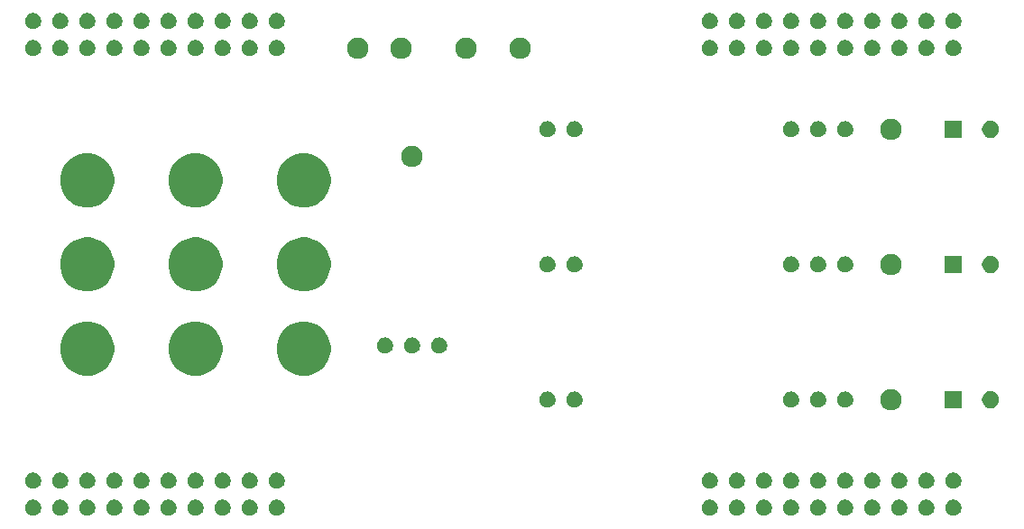
<source format=gbr>
G04 #@! TF.GenerationSoftware,KiCad,Pcbnew,(5.0.2)-1*
G04 #@! TF.CreationDate,2019-04-17T18:14:32-05:00*
G04 #@! TF.ProjectId,ArmDriveBoard_Hardware,41726d44-7269-4766-9542-6f6172645f48,rev?*
G04 #@! TF.SameCoordinates,Original*
G04 #@! TF.FileFunction,Soldermask,Bot*
G04 #@! TF.FilePolarity,Negative*
%FSLAX46Y46*%
G04 Gerber Fmt 4.6, Leading zero omitted, Abs format (unit mm)*
G04 Created by KiCad (PCBNEW (5.0.2)-1) date 4/17/2019 6:14:32 PM*
%MOMM*%
%LPD*%
G01*
G04 APERTURE LIST*
%ADD10C,0.100000*%
G04 APERTURE END LIST*
D10*
G36*
X152621683Y-131349206D02*
X152759992Y-131406495D01*
X152884476Y-131489673D01*
X152990327Y-131595524D01*
X153073505Y-131720008D01*
X153130794Y-131858317D01*
X153160000Y-132005145D01*
X153160000Y-132154855D01*
X153130794Y-132301683D01*
X153073505Y-132439992D01*
X152990327Y-132564476D01*
X152884476Y-132670327D01*
X152759992Y-132753505D01*
X152621683Y-132810794D01*
X152474855Y-132840000D01*
X152325145Y-132840000D01*
X152178317Y-132810794D01*
X152040008Y-132753505D01*
X151915524Y-132670327D01*
X151809673Y-132564476D01*
X151726495Y-132439992D01*
X151669206Y-132301683D01*
X151640000Y-132154855D01*
X151640000Y-132005145D01*
X151669206Y-131858317D01*
X151726495Y-131720008D01*
X151809673Y-131595524D01*
X151915524Y-131489673D01*
X152040008Y-131406495D01*
X152178317Y-131349206D01*
X152325145Y-131320000D01*
X152474855Y-131320000D01*
X152621683Y-131349206D01*
X152621683Y-131349206D01*
G37*
G36*
X213581683Y-131349206D02*
X213719992Y-131406495D01*
X213844476Y-131489673D01*
X213950327Y-131595524D01*
X214033505Y-131720008D01*
X214090794Y-131858317D01*
X214120000Y-132005145D01*
X214120000Y-132154855D01*
X214090794Y-132301683D01*
X214033505Y-132439992D01*
X213950327Y-132564476D01*
X213844476Y-132670327D01*
X213719992Y-132753505D01*
X213581683Y-132810794D01*
X213434855Y-132840000D01*
X213285145Y-132840000D01*
X213138317Y-132810794D01*
X213000008Y-132753505D01*
X212875524Y-132670327D01*
X212769673Y-132564476D01*
X212686495Y-132439992D01*
X212629206Y-132301683D01*
X212600000Y-132154855D01*
X212600000Y-132005145D01*
X212629206Y-131858317D01*
X212686495Y-131720008D01*
X212769673Y-131595524D01*
X212875524Y-131489673D01*
X213000008Y-131406495D01*
X213138317Y-131349206D01*
X213285145Y-131320000D01*
X213434855Y-131320000D01*
X213581683Y-131349206D01*
X213581683Y-131349206D01*
G37*
G36*
X195801683Y-131349206D02*
X195939992Y-131406495D01*
X196064476Y-131489673D01*
X196170327Y-131595524D01*
X196253505Y-131720008D01*
X196310794Y-131858317D01*
X196340000Y-132005145D01*
X196340000Y-132154855D01*
X196310794Y-132301683D01*
X196253505Y-132439992D01*
X196170327Y-132564476D01*
X196064476Y-132670327D01*
X195939992Y-132753505D01*
X195801683Y-132810794D01*
X195654855Y-132840000D01*
X195505145Y-132840000D01*
X195358317Y-132810794D01*
X195220008Y-132753505D01*
X195095524Y-132670327D01*
X194989673Y-132564476D01*
X194906495Y-132439992D01*
X194849206Y-132301683D01*
X194820000Y-132154855D01*
X194820000Y-132005145D01*
X194849206Y-131858317D01*
X194906495Y-131720008D01*
X194989673Y-131595524D01*
X195095524Y-131489673D01*
X195220008Y-131406495D01*
X195358317Y-131349206D01*
X195505145Y-131320000D01*
X195654855Y-131320000D01*
X195801683Y-131349206D01*
X195801683Y-131349206D01*
G37*
G36*
X211041683Y-131349206D02*
X211179992Y-131406495D01*
X211304476Y-131489673D01*
X211410327Y-131595524D01*
X211493505Y-131720008D01*
X211550794Y-131858317D01*
X211580000Y-132005145D01*
X211580000Y-132154855D01*
X211550794Y-132301683D01*
X211493505Y-132439992D01*
X211410327Y-132564476D01*
X211304476Y-132670327D01*
X211179992Y-132753505D01*
X211041683Y-132810794D01*
X210894855Y-132840000D01*
X210745145Y-132840000D01*
X210598317Y-132810794D01*
X210460008Y-132753505D01*
X210335524Y-132670327D01*
X210229673Y-132564476D01*
X210146495Y-132439992D01*
X210089206Y-132301683D01*
X210060000Y-132154855D01*
X210060000Y-132005145D01*
X210089206Y-131858317D01*
X210146495Y-131720008D01*
X210229673Y-131595524D01*
X210335524Y-131489673D01*
X210460008Y-131406495D01*
X210598317Y-131349206D01*
X210745145Y-131320000D01*
X210894855Y-131320000D01*
X211041683Y-131349206D01*
X211041683Y-131349206D01*
G37*
G36*
X216121683Y-131349206D02*
X216259992Y-131406495D01*
X216384476Y-131489673D01*
X216490327Y-131595524D01*
X216573505Y-131720008D01*
X216630794Y-131858317D01*
X216660000Y-132005145D01*
X216660000Y-132154855D01*
X216630794Y-132301683D01*
X216573505Y-132439992D01*
X216490327Y-132564476D01*
X216384476Y-132670327D01*
X216259992Y-132753505D01*
X216121683Y-132810794D01*
X215974855Y-132840000D01*
X215825145Y-132840000D01*
X215678317Y-132810794D01*
X215540008Y-132753505D01*
X215415524Y-132670327D01*
X215309673Y-132564476D01*
X215226495Y-132439992D01*
X215169206Y-132301683D01*
X215140000Y-132154855D01*
X215140000Y-132005145D01*
X215169206Y-131858317D01*
X215226495Y-131720008D01*
X215309673Y-131595524D01*
X215415524Y-131489673D01*
X215540008Y-131406495D01*
X215678317Y-131349206D01*
X215825145Y-131320000D01*
X215974855Y-131320000D01*
X216121683Y-131349206D01*
X216121683Y-131349206D01*
G37*
G36*
X198341683Y-131349206D02*
X198479992Y-131406495D01*
X198604476Y-131489673D01*
X198710327Y-131595524D01*
X198793505Y-131720008D01*
X198850794Y-131858317D01*
X198880000Y-132005145D01*
X198880000Y-132154855D01*
X198850794Y-132301683D01*
X198793505Y-132439992D01*
X198710327Y-132564476D01*
X198604476Y-132670327D01*
X198479992Y-132753505D01*
X198341683Y-132810794D01*
X198194855Y-132840000D01*
X198045145Y-132840000D01*
X197898317Y-132810794D01*
X197760008Y-132753505D01*
X197635524Y-132670327D01*
X197529673Y-132564476D01*
X197446495Y-132439992D01*
X197389206Y-132301683D01*
X197360000Y-132154855D01*
X197360000Y-132005145D01*
X197389206Y-131858317D01*
X197446495Y-131720008D01*
X197529673Y-131595524D01*
X197635524Y-131489673D01*
X197760008Y-131406495D01*
X197898317Y-131349206D01*
X198045145Y-131320000D01*
X198194855Y-131320000D01*
X198341683Y-131349206D01*
X198341683Y-131349206D01*
G37*
G36*
X200881683Y-131349206D02*
X201019992Y-131406495D01*
X201144476Y-131489673D01*
X201250327Y-131595524D01*
X201333505Y-131720008D01*
X201390794Y-131858317D01*
X201420000Y-132005145D01*
X201420000Y-132154855D01*
X201390794Y-132301683D01*
X201333505Y-132439992D01*
X201250327Y-132564476D01*
X201144476Y-132670327D01*
X201019992Y-132753505D01*
X200881683Y-132810794D01*
X200734855Y-132840000D01*
X200585145Y-132840000D01*
X200438317Y-132810794D01*
X200300008Y-132753505D01*
X200175524Y-132670327D01*
X200069673Y-132564476D01*
X199986495Y-132439992D01*
X199929206Y-132301683D01*
X199900000Y-132154855D01*
X199900000Y-132005145D01*
X199929206Y-131858317D01*
X199986495Y-131720008D01*
X200069673Y-131595524D01*
X200175524Y-131489673D01*
X200300008Y-131406495D01*
X200438317Y-131349206D01*
X200585145Y-131320000D01*
X200734855Y-131320000D01*
X200881683Y-131349206D01*
X200881683Y-131349206D01*
G37*
G36*
X203421683Y-131349206D02*
X203559992Y-131406495D01*
X203684476Y-131489673D01*
X203790327Y-131595524D01*
X203873505Y-131720008D01*
X203930794Y-131858317D01*
X203960000Y-132005145D01*
X203960000Y-132154855D01*
X203930794Y-132301683D01*
X203873505Y-132439992D01*
X203790327Y-132564476D01*
X203684476Y-132670327D01*
X203559992Y-132753505D01*
X203421683Y-132810794D01*
X203274855Y-132840000D01*
X203125145Y-132840000D01*
X202978317Y-132810794D01*
X202840008Y-132753505D01*
X202715524Y-132670327D01*
X202609673Y-132564476D01*
X202526495Y-132439992D01*
X202469206Y-132301683D01*
X202440000Y-132154855D01*
X202440000Y-132005145D01*
X202469206Y-131858317D01*
X202526495Y-131720008D01*
X202609673Y-131595524D01*
X202715524Y-131489673D01*
X202840008Y-131406495D01*
X202978317Y-131349206D01*
X203125145Y-131320000D01*
X203274855Y-131320000D01*
X203421683Y-131349206D01*
X203421683Y-131349206D01*
G37*
G36*
X205961683Y-131349206D02*
X206099992Y-131406495D01*
X206224476Y-131489673D01*
X206330327Y-131595524D01*
X206413505Y-131720008D01*
X206470794Y-131858317D01*
X206500000Y-132005145D01*
X206500000Y-132154855D01*
X206470794Y-132301683D01*
X206413505Y-132439992D01*
X206330327Y-132564476D01*
X206224476Y-132670327D01*
X206099992Y-132753505D01*
X205961683Y-132810794D01*
X205814855Y-132840000D01*
X205665145Y-132840000D01*
X205518317Y-132810794D01*
X205380008Y-132753505D01*
X205255524Y-132670327D01*
X205149673Y-132564476D01*
X205066495Y-132439992D01*
X205009206Y-132301683D01*
X204980000Y-132154855D01*
X204980000Y-132005145D01*
X205009206Y-131858317D01*
X205066495Y-131720008D01*
X205149673Y-131595524D01*
X205255524Y-131489673D01*
X205380008Y-131406495D01*
X205518317Y-131349206D01*
X205665145Y-131320000D01*
X205814855Y-131320000D01*
X205961683Y-131349206D01*
X205961683Y-131349206D01*
G37*
G36*
X208501683Y-131349206D02*
X208639992Y-131406495D01*
X208764476Y-131489673D01*
X208870327Y-131595524D01*
X208953505Y-131720008D01*
X209010794Y-131858317D01*
X209040000Y-132005145D01*
X209040000Y-132154855D01*
X209010794Y-132301683D01*
X208953505Y-132439992D01*
X208870327Y-132564476D01*
X208764476Y-132670327D01*
X208639992Y-132753505D01*
X208501683Y-132810794D01*
X208354855Y-132840000D01*
X208205145Y-132840000D01*
X208058317Y-132810794D01*
X207920008Y-132753505D01*
X207795524Y-132670327D01*
X207689673Y-132564476D01*
X207606495Y-132439992D01*
X207549206Y-132301683D01*
X207520000Y-132154855D01*
X207520000Y-132005145D01*
X207549206Y-131858317D01*
X207606495Y-131720008D01*
X207689673Y-131595524D01*
X207795524Y-131489673D01*
X207920008Y-131406495D01*
X208058317Y-131349206D01*
X208205145Y-131320000D01*
X208354855Y-131320000D01*
X208501683Y-131349206D01*
X208501683Y-131349206D01*
G37*
G36*
X155161683Y-131349206D02*
X155299992Y-131406495D01*
X155424476Y-131489673D01*
X155530327Y-131595524D01*
X155613505Y-131720008D01*
X155670794Y-131858317D01*
X155700000Y-132005145D01*
X155700000Y-132154855D01*
X155670794Y-132301683D01*
X155613505Y-132439992D01*
X155530327Y-132564476D01*
X155424476Y-132670327D01*
X155299992Y-132753505D01*
X155161683Y-132810794D01*
X155014855Y-132840000D01*
X154865145Y-132840000D01*
X154718317Y-132810794D01*
X154580008Y-132753505D01*
X154455524Y-132670327D01*
X154349673Y-132564476D01*
X154266495Y-132439992D01*
X154209206Y-132301683D01*
X154180000Y-132154855D01*
X154180000Y-132005145D01*
X154209206Y-131858317D01*
X154266495Y-131720008D01*
X154349673Y-131595524D01*
X154455524Y-131489673D01*
X154580008Y-131406495D01*
X154718317Y-131349206D01*
X154865145Y-131320000D01*
X155014855Y-131320000D01*
X155161683Y-131349206D01*
X155161683Y-131349206D01*
G37*
G36*
X132301683Y-131349206D02*
X132439992Y-131406495D01*
X132564476Y-131489673D01*
X132670327Y-131595524D01*
X132753505Y-131720008D01*
X132810794Y-131858317D01*
X132840000Y-132005145D01*
X132840000Y-132154855D01*
X132810794Y-132301683D01*
X132753505Y-132439992D01*
X132670327Y-132564476D01*
X132564476Y-132670327D01*
X132439992Y-132753505D01*
X132301683Y-132810794D01*
X132154855Y-132840000D01*
X132005145Y-132840000D01*
X131858317Y-132810794D01*
X131720008Y-132753505D01*
X131595524Y-132670327D01*
X131489673Y-132564476D01*
X131406495Y-132439992D01*
X131349206Y-132301683D01*
X131320000Y-132154855D01*
X131320000Y-132005145D01*
X131349206Y-131858317D01*
X131406495Y-131720008D01*
X131489673Y-131595524D01*
X131595524Y-131489673D01*
X131720008Y-131406495D01*
X131858317Y-131349206D01*
X132005145Y-131320000D01*
X132154855Y-131320000D01*
X132301683Y-131349206D01*
X132301683Y-131349206D01*
G37*
G36*
X134841683Y-131349206D02*
X134979992Y-131406495D01*
X135104476Y-131489673D01*
X135210327Y-131595524D01*
X135293505Y-131720008D01*
X135350794Y-131858317D01*
X135380000Y-132005145D01*
X135380000Y-132154855D01*
X135350794Y-132301683D01*
X135293505Y-132439992D01*
X135210327Y-132564476D01*
X135104476Y-132670327D01*
X134979992Y-132753505D01*
X134841683Y-132810794D01*
X134694855Y-132840000D01*
X134545145Y-132840000D01*
X134398317Y-132810794D01*
X134260008Y-132753505D01*
X134135524Y-132670327D01*
X134029673Y-132564476D01*
X133946495Y-132439992D01*
X133889206Y-132301683D01*
X133860000Y-132154855D01*
X133860000Y-132005145D01*
X133889206Y-131858317D01*
X133946495Y-131720008D01*
X134029673Y-131595524D01*
X134135524Y-131489673D01*
X134260008Y-131406495D01*
X134398317Y-131349206D01*
X134545145Y-131320000D01*
X134694855Y-131320000D01*
X134841683Y-131349206D01*
X134841683Y-131349206D01*
G37*
G36*
X137381683Y-131349206D02*
X137519992Y-131406495D01*
X137644476Y-131489673D01*
X137750327Y-131595524D01*
X137833505Y-131720008D01*
X137890794Y-131858317D01*
X137920000Y-132005145D01*
X137920000Y-132154855D01*
X137890794Y-132301683D01*
X137833505Y-132439992D01*
X137750327Y-132564476D01*
X137644476Y-132670327D01*
X137519992Y-132753505D01*
X137381683Y-132810794D01*
X137234855Y-132840000D01*
X137085145Y-132840000D01*
X136938317Y-132810794D01*
X136800008Y-132753505D01*
X136675524Y-132670327D01*
X136569673Y-132564476D01*
X136486495Y-132439992D01*
X136429206Y-132301683D01*
X136400000Y-132154855D01*
X136400000Y-132005145D01*
X136429206Y-131858317D01*
X136486495Y-131720008D01*
X136569673Y-131595524D01*
X136675524Y-131489673D01*
X136800008Y-131406495D01*
X136938317Y-131349206D01*
X137085145Y-131320000D01*
X137234855Y-131320000D01*
X137381683Y-131349206D01*
X137381683Y-131349206D01*
G37*
G36*
X139921683Y-131349206D02*
X140059992Y-131406495D01*
X140184476Y-131489673D01*
X140290327Y-131595524D01*
X140373505Y-131720008D01*
X140430794Y-131858317D01*
X140460000Y-132005145D01*
X140460000Y-132154855D01*
X140430794Y-132301683D01*
X140373505Y-132439992D01*
X140290327Y-132564476D01*
X140184476Y-132670327D01*
X140059992Y-132753505D01*
X139921683Y-132810794D01*
X139774855Y-132840000D01*
X139625145Y-132840000D01*
X139478317Y-132810794D01*
X139340008Y-132753505D01*
X139215524Y-132670327D01*
X139109673Y-132564476D01*
X139026495Y-132439992D01*
X138969206Y-132301683D01*
X138940000Y-132154855D01*
X138940000Y-132005145D01*
X138969206Y-131858317D01*
X139026495Y-131720008D01*
X139109673Y-131595524D01*
X139215524Y-131489673D01*
X139340008Y-131406495D01*
X139478317Y-131349206D01*
X139625145Y-131320000D01*
X139774855Y-131320000D01*
X139921683Y-131349206D01*
X139921683Y-131349206D01*
G37*
G36*
X142461683Y-131349206D02*
X142599992Y-131406495D01*
X142724476Y-131489673D01*
X142830327Y-131595524D01*
X142913505Y-131720008D01*
X142970794Y-131858317D01*
X143000000Y-132005145D01*
X143000000Y-132154855D01*
X142970794Y-132301683D01*
X142913505Y-132439992D01*
X142830327Y-132564476D01*
X142724476Y-132670327D01*
X142599992Y-132753505D01*
X142461683Y-132810794D01*
X142314855Y-132840000D01*
X142165145Y-132840000D01*
X142018317Y-132810794D01*
X141880008Y-132753505D01*
X141755524Y-132670327D01*
X141649673Y-132564476D01*
X141566495Y-132439992D01*
X141509206Y-132301683D01*
X141480000Y-132154855D01*
X141480000Y-132005145D01*
X141509206Y-131858317D01*
X141566495Y-131720008D01*
X141649673Y-131595524D01*
X141755524Y-131489673D01*
X141880008Y-131406495D01*
X142018317Y-131349206D01*
X142165145Y-131320000D01*
X142314855Y-131320000D01*
X142461683Y-131349206D01*
X142461683Y-131349206D01*
G37*
G36*
X145001683Y-131349206D02*
X145139992Y-131406495D01*
X145264476Y-131489673D01*
X145370327Y-131595524D01*
X145453505Y-131720008D01*
X145510794Y-131858317D01*
X145540000Y-132005145D01*
X145540000Y-132154855D01*
X145510794Y-132301683D01*
X145453505Y-132439992D01*
X145370327Y-132564476D01*
X145264476Y-132670327D01*
X145139992Y-132753505D01*
X145001683Y-132810794D01*
X144854855Y-132840000D01*
X144705145Y-132840000D01*
X144558317Y-132810794D01*
X144420008Y-132753505D01*
X144295524Y-132670327D01*
X144189673Y-132564476D01*
X144106495Y-132439992D01*
X144049206Y-132301683D01*
X144020000Y-132154855D01*
X144020000Y-132005145D01*
X144049206Y-131858317D01*
X144106495Y-131720008D01*
X144189673Y-131595524D01*
X144295524Y-131489673D01*
X144420008Y-131406495D01*
X144558317Y-131349206D01*
X144705145Y-131320000D01*
X144854855Y-131320000D01*
X145001683Y-131349206D01*
X145001683Y-131349206D01*
G37*
G36*
X147541683Y-131349206D02*
X147679992Y-131406495D01*
X147804476Y-131489673D01*
X147910327Y-131595524D01*
X147993505Y-131720008D01*
X148050794Y-131858317D01*
X148080000Y-132005145D01*
X148080000Y-132154855D01*
X148050794Y-132301683D01*
X147993505Y-132439992D01*
X147910327Y-132564476D01*
X147804476Y-132670327D01*
X147679992Y-132753505D01*
X147541683Y-132810794D01*
X147394855Y-132840000D01*
X147245145Y-132840000D01*
X147098317Y-132810794D01*
X146960008Y-132753505D01*
X146835524Y-132670327D01*
X146729673Y-132564476D01*
X146646495Y-132439992D01*
X146589206Y-132301683D01*
X146560000Y-132154855D01*
X146560000Y-132005145D01*
X146589206Y-131858317D01*
X146646495Y-131720008D01*
X146729673Y-131595524D01*
X146835524Y-131489673D01*
X146960008Y-131406495D01*
X147098317Y-131349206D01*
X147245145Y-131320000D01*
X147394855Y-131320000D01*
X147541683Y-131349206D01*
X147541683Y-131349206D01*
G37*
G36*
X150081683Y-131349206D02*
X150219992Y-131406495D01*
X150344476Y-131489673D01*
X150450327Y-131595524D01*
X150533505Y-131720008D01*
X150590794Y-131858317D01*
X150620000Y-132005145D01*
X150620000Y-132154855D01*
X150590794Y-132301683D01*
X150533505Y-132439992D01*
X150450327Y-132564476D01*
X150344476Y-132670327D01*
X150219992Y-132753505D01*
X150081683Y-132810794D01*
X149934855Y-132840000D01*
X149785145Y-132840000D01*
X149638317Y-132810794D01*
X149500008Y-132753505D01*
X149375524Y-132670327D01*
X149269673Y-132564476D01*
X149186495Y-132439992D01*
X149129206Y-132301683D01*
X149100000Y-132154855D01*
X149100000Y-132005145D01*
X149129206Y-131858317D01*
X149186495Y-131720008D01*
X149269673Y-131595524D01*
X149375524Y-131489673D01*
X149500008Y-131406495D01*
X149638317Y-131349206D01*
X149785145Y-131320000D01*
X149934855Y-131320000D01*
X150081683Y-131349206D01*
X150081683Y-131349206D01*
G37*
G36*
X218661683Y-131349206D02*
X218799992Y-131406495D01*
X218924476Y-131489673D01*
X219030327Y-131595524D01*
X219113505Y-131720008D01*
X219170794Y-131858317D01*
X219200000Y-132005145D01*
X219200000Y-132154855D01*
X219170794Y-132301683D01*
X219113505Y-132439992D01*
X219030327Y-132564476D01*
X218924476Y-132670327D01*
X218799992Y-132753505D01*
X218661683Y-132810794D01*
X218514855Y-132840000D01*
X218365145Y-132840000D01*
X218218317Y-132810794D01*
X218080008Y-132753505D01*
X217955524Y-132670327D01*
X217849673Y-132564476D01*
X217766495Y-132439992D01*
X217709206Y-132301683D01*
X217680000Y-132154855D01*
X217680000Y-132005145D01*
X217709206Y-131858317D01*
X217766495Y-131720008D01*
X217849673Y-131595524D01*
X217955524Y-131489673D01*
X218080008Y-131406495D01*
X218218317Y-131349206D01*
X218365145Y-131320000D01*
X218514855Y-131320000D01*
X218661683Y-131349206D01*
X218661683Y-131349206D01*
G37*
G36*
X198341683Y-128809206D02*
X198479992Y-128866495D01*
X198604476Y-128949673D01*
X198710327Y-129055524D01*
X198793505Y-129180008D01*
X198850794Y-129318317D01*
X198880000Y-129465145D01*
X198880000Y-129614855D01*
X198850794Y-129761683D01*
X198793505Y-129899992D01*
X198710327Y-130024476D01*
X198604476Y-130130327D01*
X198479992Y-130213505D01*
X198341683Y-130270794D01*
X198194855Y-130300000D01*
X198045145Y-130300000D01*
X197898317Y-130270794D01*
X197760008Y-130213505D01*
X197635524Y-130130327D01*
X197529673Y-130024476D01*
X197446495Y-129899992D01*
X197389206Y-129761683D01*
X197360000Y-129614855D01*
X197360000Y-129465145D01*
X197389206Y-129318317D01*
X197446495Y-129180008D01*
X197529673Y-129055524D01*
X197635524Y-128949673D01*
X197760008Y-128866495D01*
X197898317Y-128809206D01*
X198045145Y-128780000D01*
X198194855Y-128780000D01*
X198341683Y-128809206D01*
X198341683Y-128809206D01*
G37*
G36*
X203421683Y-128809206D02*
X203559992Y-128866495D01*
X203684476Y-128949673D01*
X203790327Y-129055524D01*
X203873505Y-129180008D01*
X203930794Y-129318317D01*
X203960000Y-129465145D01*
X203960000Y-129614855D01*
X203930794Y-129761683D01*
X203873505Y-129899992D01*
X203790327Y-130024476D01*
X203684476Y-130130327D01*
X203559992Y-130213505D01*
X203421683Y-130270794D01*
X203274855Y-130300000D01*
X203125145Y-130300000D01*
X202978317Y-130270794D01*
X202840008Y-130213505D01*
X202715524Y-130130327D01*
X202609673Y-130024476D01*
X202526495Y-129899992D01*
X202469206Y-129761683D01*
X202440000Y-129614855D01*
X202440000Y-129465145D01*
X202469206Y-129318317D01*
X202526495Y-129180008D01*
X202609673Y-129055524D01*
X202715524Y-128949673D01*
X202840008Y-128866495D01*
X202978317Y-128809206D01*
X203125145Y-128780000D01*
X203274855Y-128780000D01*
X203421683Y-128809206D01*
X203421683Y-128809206D01*
G37*
G36*
X213581683Y-128809206D02*
X213719992Y-128866495D01*
X213844476Y-128949673D01*
X213950327Y-129055524D01*
X214033505Y-129180008D01*
X214090794Y-129318317D01*
X214120000Y-129465145D01*
X214120000Y-129614855D01*
X214090794Y-129761683D01*
X214033505Y-129899992D01*
X213950327Y-130024476D01*
X213844476Y-130130327D01*
X213719992Y-130213505D01*
X213581683Y-130270794D01*
X213434855Y-130300000D01*
X213285145Y-130300000D01*
X213138317Y-130270794D01*
X213000008Y-130213505D01*
X212875524Y-130130327D01*
X212769673Y-130024476D01*
X212686495Y-129899992D01*
X212629206Y-129761683D01*
X212600000Y-129614855D01*
X212600000Y-129465145D01*
X212629206Y-129318317D01*
X212686495Y-129180008D01*
X212769673Y-129055524D01*
X212875524Y-128949673D01*
X213000008Y-128866495D01*
X213138317Y-128809206D01*
X213285145Y-128780000D01*
X213434855Y-128780000D01*
X213581683Y-128809206D01*
X213581683Y-128809206D01*
G37*
G36*
X218661683Y-128809206D02*
X218799992Y-128866495D01*
X218924476Y-128949673D01*
X219030327Y-129055524D01*
X219113505Y-129180008D01*
X219170794Y-129318317D01*
X219200000Y-129465145D01*
X219200000Y-129614855D01*
X219170794Y-129761683D01*
X219113505Y-129899992D01*
X219030327Y-130024476D01*
X218924476Y-130130327D01*
X218799992Y-130213505D01*
X218661683Y-130270794D01*
X218514855Y-130300000D01*
X218365145Y-130300000D01*
X218218317Y-130270794D01*
X218080008Y-130213505D01*
X217955524Y-130130327D01*
X217849673Y-130024476D01*
X217766495Y-129899992D01*
X217709206Y-129761683D01*
X217680000Y-129614855D01*
X217680000Y-129465145D01*
X217709206Y-129318317D01*
X217766495Y-129180008D01*
X217849673Y-129055524D01*
X217955524Y-128949673D01*
X218080008Y-128866495D01*
X218218317Y-128809206D01*
X218365145Y-128780000D01*
X218514855Y-128780000D01*
X218661683Y-128809206D01*
X218661683Y-128809206D01*
G37*
G36*
X145001683Y-128809206D02*
X145139992Y-128866495D01*
X145264476Y-128949673D01*
X145370327Y-129055524D01*
X145453505Y-129180008D01*
X145510794Y-129318317D01*
X145540000Y-129465145D01*
X145540000Y-129614855D01*
X145510794Y-129761683D01*
X145453505Y-129899992D01*
X145370327Y-130024476D01*
X145264476Y-130130327D01*
X145139992Y-130213505D01*
X145001683Y-130270794D01*
X144854855Y-130300000D01*
X144705145Y-130300000D01*
X144558317Y-130270794D01*
X144420008Y-130213505D01*
X144295524Y-130130327D01*
X144189673Y-130024476D01*
X144106495Y-129899992D01*
X144049206Y-129761683D01*
X144020000Y-129614855D01*
X144020000Y-129465145D01*
X144049206Y-129318317D01*
X144106495Y-129180008D01*
X144189673Y-129055524D01*
X144295524Y-128949673D01*
X144420008Y-128866495D01*
X144558317Y-128809206D01*
X144705145Y-128780000D01*
X144854855Y-128780000D01*
X145001683Y-128809206D01*
X145001683Y-128809206D01*
G37*
G36*
X155161683Y-128809206D02*
X155299992Y-128866495D01*
X155424476Y-128949673D01*
X155530327Y-129055524D01*
X155613505Y-129180008D01*
X155670794Y-129318317D01*
X155700000Y-129465145D01*
X155700000Y-129614855D01*
X155670794Y-129761683D01*
X155613505Y-129899992D01*
X155530327Y-130024476D01*
X155424476Y-130130327D01*
X155299992Y-130213505D01*
X155161683Y-130270794D01*
X155014855Y-130300000D01*
X154865145Y-130300000D01*
X154718317Y-130270794D01*
X154580008Y-130213505D01*
X154455524Y-130130327D01*
X154349673Y-130024476D01*
X154266495Y-129899992D01*
X154209206Y-129761683D01*
X154180000Y-129614855D01*
X154180000Y-129465145D01*
X154209206Y-129318317D01*
X154266495Y-129180008D01*
X154349673Y-129055524D01*
X154455524Y-128949673D01*
X154580008Y-128866495D01*
X154718317Y-128809206D01*
X154865145Y-128780000D01*
X155014855Y-128780000D01*
X155161683Y-128809206D01*
X155161683Y-128809206D01*
G37*
G36*
X150081683Y-128809206D02*
X150219992Y-128866495D01*
X150344476Y-128949673D01*
X150450327Y-129055524D01*
X150533505Y-129180008D01*
X150590794Y-129318317D01*
X150620000Y-129465145D01*
X150620000Y-129614855D01*
X150590794Y-129761683D01*
X150533505Y-129899992D01*
X150450327Y-130024476D01*
X150344476Y-130130327D01*
X150219992Y-130213505D01*
X150081683Y-130270794D01*
X149934855Y-130300000D01*
X149785145Y-130300000D01*
X149638317Y-130270794D01*
X149500008Y-130213505D01*
X149375524Y-130130327D01*
X149269673Y-130024476D01*
X149186495Y-129899992D01*
X149129206Y-129761683D01*
X149100000Y-129614855D01*
X149100000Y-129465145D01*
X149129206Y-129318317D01*
X149186495Y-129180008D01*
X149269673Y-129055524D01*
X149375524Y-128949673D01*
X149500008Y-128866495D01*
X149638317Y-128809206D01*
X149785145Y-128780000D01*
X149934855Y-128780000D01*
X150081683Y-128809206D01*
X150081683Y-128809206D01*
G37*
G36*
X147541683Y-128809206D02*
X147679992Y-128866495D01*
X147804476Y-128949673D01*
X147910327Y-129055524D01*
X147993505Y-129180008D01*
X148050794Y-129318317D01*
X148080000Y-129465145D01*
X148080000Y-129614855D01*
X148050794Y-129761683D01*
X147993505Y-129899992D01*
X147910327Y-130024476D01*
X147804476Y-130130327D01*
X147679992Y-130213505D01*
X147541683Y-130270794D01*
X147394855Y-130300000D01*
X147245145Y-130300000D01*
X147098317Y-130270794D01*
X146960008Y-130213505D01*
X146835524Y-130130327D01*
X146729673Y-130024476D01*
X146646495Y-129899992D01*
X146589206Y-129761683D01*
X146560000Y-129614855D01*
X146560000Y-129465145D01*
X146589206Y-129318317D01*
X146646495Y-129180008D01*
X146729673Y-129055524D01*
X146835524Y-128949673D01*
X146960008Y-128866495D01*
X147098317Y-128809206D01*
X147245145Y-128780000D01*
X147394855Y-128780000D01*
X147541683Y-128809206D01*
X147541683Y-128809206D01*
G37*
G36*
X142461683Y-128809206D02*
X142599992Y-128866495D01*
X142724476Y-128949673D01*
X142830327Y-129055524D01*
X142913505Y-129180008D01*
X142970794Y-129318317D01*
X143000000Y-129465145D01*
X143000000Y-129614855D01*
X142970794Y-129761683D01*
X142913505Y-129899992D01*
X142830327Y-130024476D01*
X142724476Y-130130327D01*
X142599992Y-130213505D01*
X142461683Y-130270794D01*
X142314855Y-130300000D01*
X142165145Y-130300000D01*
X142018317Y-130270794D01*
X141880008Y-130213505D01*
X141755524Y-130130327D01*
X141649673Y-130024476D01*
X141566495Y-129899992D01*
X141509206Y-129761683D01*
X141480000Y-129614855D01*
X141480000Y-129465145D01*
X141509206Y-129318317D01*
X141566495Y-129180008D01*
X141649673Y-129055524D01*
X141755524Y-128949673D01*
X141880008Y-128866495D01*
X142018317Y-128809206D01*
X142165145Y-128780000D01*
X142314855Y-128780000D01*
X142461683Y-128809206D01*
X142461683Y-128809206D01*
G37*
G36*
X200881683Y-128809206D02*
X201019992Y-128866495D01*
X201144476Y-128949673D01*
X201250327Y-129055524D01*
X201333505Y-129180008D01*
X201390794Y-129318317D01*
X201420000Y-129465145D01*
X201420000Y-129614855D01*
X201390794Y-129761683D01*
X201333505Y-129899992D01*
X201250327Y-130024476D01*
X201144476Y-130130327D01*
X201019992Y-130213505D01*
X200881683Y-130270794D01*
X200734855Y-130300000D01*
X200585145Y-130300000D01*
X200438317Y-130270794D01*
X200300008Y-130213505D01*
X200175524Y-130130327D01*
X200069673Y-130024476D01*
X199986495Y-129899992D01*
X199929206Y-129761683D01*
X199900000Y-129614855D01*
X199900000Y-129465145D01*
X199929206Y-129318317D01*
X199986495Y-129180008D01*
X200069673Y-129055524D01*
X200175524Y-128949673D01*
X200300008Y-128866495D01*
X200438317Y-128809206D01*
X200585145Y-128780000D01*
X200734855Y-128780000D01*
X200881683Y-128809206D01*
X200881683Y-128809206D01*
G37*
G36*
X195801683Y-128809206D02*
X195939992Y-128866495D01*
X196064476Y-128949673D01*
X196170327Y-129055524D01*
X196253505Y-129180008D01*
X196310794Y-129318317D01*
X196340000Y-129465145D01*
X196340000Y-129614855D01*
X196310794Y-129761683D01*
X196253505Y-129899992D01*
X196170327Y-130024476D01*
X196064476Y-130130327D01*
X195939992Y-130213505D01*
X195801683Y-130270794D01*
X195654855Y-130300000D01*
X195505145Y-130300000D01*
X195358317Y-130270794D01*
X195220008Y-130213505D01*
X195095524Y-130130327D01*
X194989673Y-130024476D01*
X194906495Y-129899992D01*
X194849206Y-129761683D01*
X194820000Y-129614855D01*
X194820000Y-129465145D01*
X194849206Y-129318317D01*
X194906495Y-129180008D01*
X194989673Y-129055524D01*
X195095524Y-128949673D01*
X195220008Y-128866495D01*
X195358317Y-128809206D01*
X195505145Y-128780000D01*
X195654855Y-128780000D01*
X195801683Y-128809206D01*
X195801683Y-128809206D01*
G37*
G36*
X139921683Y-128809206D02*
X140059992Y-128866495D01*
X140184476Y-128949673D01*
X140290327Y-129055524D01*
X140373505Y-129180008D01*
X140430794Y-129318317D01*
X140460000Y-129465145D01*
X140460000Y-129614855D01*
X140430794Y-129761683D01*
X140373505Y-129899992D01*
X140290327Y-130024476D01*
X140184476Y-130130327D01*
X140059992Y-130213505D01*
X139921683Y-130270794D01*
X139774855Y-130300000D01*
X139625145Y-130300000D01*
X139478317Y-130270794D01*
X139340008Y-130213505D01*
X139215524Y-130130327D01*
X139109673Y-130024476D01*
X139026495Y-129899992D01*
X138969206Y-129761683D01*
X138940000Y-129614855D01*
X138940000Y-129465145D01*
X138969206Y-129318317D01*
X139026495Y-129180008D01*
X139109673Y-129055524D01*
X139215524Y-128949673D01*
X139340008Y-128866495D01*
X139478317Y-128809206D01*
X139625145Y-128780000D01*
X139774855Y-128780000D01*
X139921683Y-128809206D01*
X139921683Y-128809206D01*
G37*
G36*
X137381683Y-128809206D02*
X137519992Y-128866495D01*
X137644476Y-128949673D01*
X137750327Y-129055524D01*
X137833505Y-129180008D01*
X137890794Y-129318317D01*
X137920000Y-129465145D01*
X137920000Y-129614855D01*
X137890794Y-129761683D01*
X137833505Y-129899992D01*
X137750327Y-130024476D01*
X137644476Y-130130327D01*
X137519992Y-130213505D01*
X137381683Y-130270794D01*
X137234855Y-130300000D01*
X137085145Y-130300000D01*
X136938317Y-130270794D01*
X136800008Y-130213505D01*
X136675524Y-130130327D01*
X136569673Y-130024476D01*
X136486495Y-129899992D01*
X136429206Y-129761683D01*
X136400000Y-129614855D01*
X136400000Y-129465145D01*
X136429206Y-129318317D01*
X136486495Y-129180008D01*
X136569673Y-129055524D01*
X136675524Y-128949673D01*
X136800008Y-128866495D01*
X136938317Y-128809206D01*
X137085145Y-128780000D01*
X137234855Y-128780000D01*
X137381683Y-128809206D01*
X137381683Y-128809206D01*
G37*
G36*
X134841683Y-128809206D02*
X134979992Y-128866495D01*
X135104476Y-128949673D01*
X135210327Y-129055524D01*
X135293505Y-129180008D01*
X135350794Y-129318317D01*
X135380000Y-129465145D01*
X135380000Y-129614855D01*
X135350794Y-129761683D01*
X135293505Y-129899992D01*
X135210327Y-130024476D01*
X135104476Y-130130327D01*
X134979992Y-130213505D01*
X134841683Y-130270794D01*
X134694855Y-130300000D01*
X134545145Y-130300000D01*
X134398317Y-130270794D01*
X134260008Y-130213505D01*
X134135524Y-130130327D01*
X134029673Y-130024476D01*
X133946495Y-129899992D01*
X133889206Y-129761683D01*
X133860000Y-129614855D01*
X133860000Y-129465145D01*
X133889206Y-129318317D01*
X133946495Y-129180008D01*
X134029673Y-129055524D01*
X134135524Y-128949673D01*
X134260008Y-128866495D01*
X134398317Y-128809206D01*
X134545145Y-128780000D01*
X134694855Y-128780000D01*
X134841683Y-128809206D01*
X134841683Y-128809206D01*
G37*
G36*
X132301683Y-128809206D02*
X132439992Y-128866495D01*
X132564476Y-128949673D01*
X132670327Y-129055524D01*
X132753505Y-129180008D01*
X132810794Y-129318317D01*
X132840000Y-129465145D01*
X132840000Y-129614855D01*
X132810794Y-129761683D01*
X132753505Y-129899992D01*
X132670327Y-130024476D01*
X132564476Y-130130327D01*
X132439992Y-130213505D01*
X132301683Y-130270794D01*
X132154855Y-130300000D01*
X132005145Y-130300000D01*
X131858317Y-130270794D01*
X131720008Y-130213505D01*
X131595524Y-130130327D01*
X131489673Y-130024476D01*
X131406495Y-129899992D01*
X131349206Y-129761683D01*
X131320000Y-129614855D01*
X131320000Y-129465145D01*
X131349206Y-129318317D01*
X131406495Y-129180008D01*
X131489673Y-129055524D01*
X131595524Y-128949673D01*
X131720008Y-128866495D01*
X131858317Y-128809206D01*
X132005145Y-128780000D01*
X132154855Y-128780000D01*
X132301683Y-128809206D01*
X132301683Y-128809206D01*
G37*
G36*
X152621683Y-128809206D02*
X152759992Y-128866495D01*
X152884476Y-128949673D01*
X152990327Y-129055524D01*
X153073505Y-129180008D01*
X153130794Y-129318317D01*
X153160000Y-129465145D01*
X153160000Y-129614855D01*
X153130794Y-129761683D01*
X153073505Y-129899992D01*
X152990327Y-130024476D01*
X152884476Y-130130327D01*
X152759992Y-130213505D01*
X152621683Y-130270794D01*
X152474855Y-130300000D01*
X152325145Y-130300000D01*
X152178317Y-130270794D01*
X152040008Y-130213505D01*
X151915524Y-130130327D01*
X151809673Y-130024476D01*
X151726495Y-129899992D01*
X151669206Y-129761683D01*
X151640000Y-129614855D01*
X151640000Y-129465145D01*
X151669206Y-129318317D01*
X151726495Y-129180008D01*
X151809673Y-129055524D01*
X151915524Y-128949673D01*
X152040008Y-128866495D01*
X152178317Y-128809206D01*
X152325145Y-128780000D01*
X152474855Y-128780000D01*
X152621683Y-128809206D01*
X152621683Y-128809206D01*
G37*
G36*
X216121683Y-128809206D02*
X216259992Y-128866495D01*
X216384476Y-128949673D01*
X216490327Y-129055524D01*
X216573505Y-129180008D01*
X216630794Y-129318317D01*
X216660000Y-129465145D01*
X216660000Y-129614855D01*
X216630794Y-129761683D01*
X216573505Y-129899992D01*
X216490327Y-130024476D01*
X216384476Y-130130327D01*
X216259992Y-130213505D01*
X216121683Y-130270794D01*
X215974855Y-130300000D01*
X215825145Y-130300000D01*
X215678317Y-130270794D01*
X215540008Y-130213505D01*
X215415524Y-130130327D01*
X215309673Y-130024476D01*
X215226495Y-129899992D01*
X215169206Y-129761683D01*
X215140000Y-129614855D01*
X215140000Y-129465145D01*
X215169206Y-129318317D01*
X215226495Y-129180008D01*
X215309673Y-129055524D01*
X215415524Y-128949673D01*
X215540008Y-128866495D01*
X215678317Y-128809206D01*
X215825145Y-128780000D01*
X215974855Y-128780000D01*
X216121683Y-128809206D01*
X216121683Y-128809206D01*
G37*
G36*
X211041683Y-128809206D02*
X211179992Y-128866495D01*
X211304476Y-128949673D01*
X211410327Y-129055524D01*
X211493505Y-129180008D01*
X211550794Y-129318317D01*
X211580000Y-129465145D01*
X211580000Y-129614855D01*
X211550794Y-129761683D01*
X211493505Y-129899992D01*
X211410327Y-130024476D01*
X211304476Y-130130327D01*
X211179992Y-130213505D01*
X211041683Y-130270794D01*
X210894855Y-130300000D01*
X210745145Y-130300000D01*
X210598317Y-130270794D01*
X210460008Y-130213505D01*
X210335524Y-130130327D01*
X210229673Y-130024476D01*
X210146495Y-129899992D01*
X210089206Y-129761683D01*
X210060000Y-129614855D01*
X210060000Y-129465145D01*
X210089206Y-129318317D01*
X210146495Y-129180008D01*
X210229673Y-129055524D01*
X210335524Y-128949673D01*
X210460008Y-128866495D01*
X210598317Y-128809206D01*
X210745145Y-128780000D01*
X210894855Y-128780000D01*
X211041683Y-128809206D01*
X211041683Y-128809206D01*
G37*
G36*
X208501683Y-128809206D02*
X208639992Y-128866495D01*
X208764476Y-128949673D01*
X208870327Y-129055524D01*
X208953505Y-129180008D01*
X209010794Y-129318317D01*
X209040000Y-129465145D01*
X209040000Y-129614855D01*
X209010794Y-129761683D01*
X208953505Y-129899992D01*
X208870327Y-130024476D01*
X208764476Y-130130327D01*
X208639992Y-130213505D01*
X208501683Y-130270794D01*
X208354855Y-130300000D01*
X208205145Y-130300000D01*
X208058317Y-130270794D01*
X207920008Y-130213505D01*
X207795524Y-130130327D01*
X207689673Y-130024476D01*
X207606495Y-129899992D01*
X207549206Y-129761683D01*
X207520000Y-129614855D01*
X207520000Y-129465145D01*
X207549206Y-129318317D01*
X207606495Y-129180008D01*
X207689673Y-129055524D01*
X207795524Y-128949673D01*
X207920008Y-128866495D01*
X208058317Y-128809206D01*
X208205145Y-128780000D01*
X208354855Y-128780000D01*
X208501683Y-128809206D01*
X208501683Y-128809206D01*
G37*
G36*
X205961683Y-128809206D02*
X206099992Y-128866495D01*
X206224476Y-128949673D01*
X206330327Y-129055524D01*
X206413505Y-129180008D01*
X206470794Y-129318317D01*
X206500000Y-129465145D01*
X206500000Y-129614855D01*
X206470794Y-129761683D01*
X206413505Y-129899992D01*
X206330327Y-130024476D01*
X206224476Y-130130327D01*
X206099992Y-130213505D01*
X205961683Y-130270794D01*
X205814855Y-130300000D01*
X205665145Y-130300000D01*
X205518317Y-130270794D01*
X205380008Y-130213505D01*
X205255524Y-130130327D01*
X205149673Y-130024476D01*
X205066495Y-129899992D01*
X205009206Y-129761683D01*
X204980000Y-129614855D01*
X204980000Y-129465145D01*
X205009206Y-129318317D01*
X205066495Y-129180008D01*
X205149673Y-129055524D01*
X205255524Y-128949673D01*
X205380008Y-128866495D01*
X205518317Y-128809206D01*
X205665145Y-128780000D01*
X205814855Y-128780000D01*
X205961683Y-128809206D01*
X205961683Y-128809206D01*
G37*
G36*
X212773770Y-120935372D02*
X212889689Y-120958429D01*
X213071678Y-121033811D01*
X213235463Y-121143249D01*
X213374751Y-121282537D01*
X213484189Y-121446322D01*
X213559571Y-121628311D01*
X213598000Y-121821509D01*
X213598000Y-122018491D01*
X213559571Y-122211689D01*
X213484189Y-122393678D01*
X213374751Y-122557463D01*
X213235463Y-122696751D01*
X213071678Y-122806189D01*
X212889689Y-122881571D01*
X212773770Y-122904628D01*
X212696493Y-122920000D01*
X212499507Y-122920000D01*
X212422230Y-122904628D01*
X212306311Y-122881571D01*
X212124322Y-122806189D01*
X211960537Y-122696751D01*
X211821249Y-122557463D01*
X211711811Y-122393678D01*
X211636429Y-122211689D01*
X211598000Y-122018491D01*
X211598000Y-121821509D01*
X211636429Y-121628311D01*
X211711811Y-121446322D01*
X211821249Y-121282537D01*
X211960537Y-121143249D01*
X212124322Y-121033811D01*
X212306311Y-120958429D01*
X212422230Y-120935372D01*
X212499507Y-120920000D01*
X212696493Y-120920000D01*
X212773770Y-120935372D01*
X212773770Y-120935372D01*
G37*
G36*
X222173352Y-121150743D02*
X222318941Y-121211048D01*
X222449973Y-121298601D01*
X222561399Y-121410027D01*
X222648952Y-121541059D01*
X222709257Y-121686648D01*
X222740000Y-121841205D01*
X222740000Y-121998795D01*
X222709257Y-122153352D01*
X222648952Y-122298941D01*
X222561399Y-122429973D01*
X222449973Y-122541399D01*
X222318941Y-122628952D01*
X222173352Y-122689257D01*
X222018795Y-122720000D01*
X221861205Y-122720000D01*
X221706648Y-122689257D01*
X221561059Y-122628952D01*
X221430027Y-122541399D01*
X221318601Y-122429973D01*
X221231048Y-122298941D01*
X221170743Y-122153352D01*
X221140000Y-121998795D01*
X221140000Y-121841205D01*
X221170743Y-121686648D01*
X221231048Y-121541059D01*
X221318601Y-121410027D01*
X221430027Y-121298601D01*
X221561059Y-121211048D01*
X221706648Y-121150743D01*
X221861205Y-121120000D01*
X222018795Y-121120000D01*
X222173352Y-121150743D01*
X222173352Y-121150743D01*
G37*
G36*
X219240000Y-122720000D02*
X217640000Y-122720000D01*
X217640000Y-121120000D01*
X219240000Y-121120000D01*
X219240000Y-122720000D01*
X219240000Y-122720000D01*
G37*
G36*
X183053195Y-121177522D02*
X183102267Y-121187283D01*
X183159643Y-121211049D01*
X183240942Y-121244724D01*
X183365750Y-121328118D01*
X183471882Y-121434250D01*
X183471884Y-121434253D01*
X183555276Y-121559058D01*
X183608126Y-121686649D01*
X183612717Y-121697734D01*
X183642000Y-121844948D01*
X183642000Y-121995052D01*
X183637337Y-122018493D01*
X183612717Y-122142267D01*
X183608125Y-122153352D01*
X183555276Y-122280942D01*
X183471882Y-122405750D01*
X183365750Y-122511882D01*
X183365747Y-122511884D01*
X183240942Y-122595276D01*
X183102267Y-122652717D01*
X183053195Y-122662478D01*
X182955052Y-122682000D01*
X182804948Y-122682000D01*
X182706805Y-122662478D01*
X182657733Y-122652717D01*
X182519058Y-122595276D01*
X182394253Y-122511884D01*
X182394250Y-122511882D01*
X182288118Y-122405750D01*
X182204724Y-122280942D01*
X182151875Y-122153352D01*
X182147283Y-122142267D01*
X182122663Y-122018493D01*
X182118000Y-121995052D01*
X182118000Y-121844948D01*
X182147283Y-121697734D01*
X182151875Y-121686649D01*
X182204724Y-121559058D01*
X182288116Y-121434253D01*
X182288118Y-121434250D01*
X182394250Y-121328118D01*
X182519058Y-121244724D01*
X182600357Y-121211049D01*
X182657733Y-121187283D01*
X182706805Y-121177522D01*
X182804948Y-121158000D01*
X182955052Y-121158000D01*
X183053195Y-121177522D01*
X183053195Y-121177522D01*
G37*
G36*
X180513195Y-121177522D02*
X180562267Y-121187283D01*
X180619643Y-121211049D01*
X180700942Y-121244724D01*
X180825750Y-121328118D01*
X180931882Y-121434250D01*
X180931884Y-121434253D01*
X181015276Y-121559058D01*
X181068126Y-121686649D01*
X181072717Y-121697734D01*
X181102000Y-121844948D01*
X181102000Y-121995052D01*
X181097337Y-122018493D01*
X181072717Y-122142267D01*
X181068125Y-122153352D01*
X181015276Y-122280942D01*
X180931882Y-122405750D01*
X180825750Y-122511882D01*
X180825747Y-122511884D01*
X180700942Y-122595276D01*
X180562267Y-122652717D01*
X180513195Y-122662478D01*
X180415052Y-122682000D01*
X180264948Y-122682000D01*
X180166805Y-122662478D01*
X180117733Y-122652717D01*
X179979058Y-122595276D01*
X179854253Y-122511884D01*
X179854250Y-122511882D01*
X179748118Y-122405750D01*
X179664724Y-122280942D01*
X179611875Y-122153352D01*
X179607283Y-122142267D01*
X179582663Y-122018493D01*
X179578000Y-121995052D01*
X179578000Y-121844948D01*
X179607283Y-121697734D01*
X179611875Y-121686649D01*
X179664724Y-121559058D01*
X179748116Y-121434253D01*
X179748118Y-121434250D01*
X179854250Y-121328118D01*
X179979058Y-121244724D01*
X180060357Y-121211049D01*
X180117733Y-121187283D01*
X180166805Y-121177522D01*
X180264948Y-121158000D01*
X180415052Y-121158000D01*
X180513195Y-121177522D01*
X180513195Y-121177522D01*
G37*
G36*
X203373195Y-121177522D02*
X203422267Y-121187283D01*
X203479643Y-121211049D01*
X203560942Y-121244724D01*
X203685750Y-121328118D01*
X203791882Y-121434250D01*
X203791884Y-121434253D01*
X203875276Y-121559058D01*
X203928126Y-121686649D01*
X203932717Y-121697734D01*
X203962000Y-121844948D01*
X203962000Y-121995052D01*
X203957337Y-122018493D01*
X203932717Y-122142267D01*
X203928125Y-122153352D01*
X203875276Y-122280942D01*
X203791882Y-122405750D01*
X203685750Y-122511882D01*
X203685747Y-122511884D01*
X203560942Y-122595276D01*
X203422267Y-122652717D01*
X203373195Y-122662478D01*
X203275052Y-122682000D01*
X203124948Y-122682000D01*
X203026805Y-122662478D01*
X202977733Y-122652717D01*
X202839058Y-122595276D01*
X202714253Y-122511884D01*
X202714250Y-122511882D01*
X202608118Y-122405750D01*
X202524724Y-122280942D01*
X202471875Y-122153352D01*
X202467283Y-122142267D01*
X202442663Y-122018493D01*
X202438000Y-121995052D01*
X202438000Y-121844948D01*
X202467283Y-121697734D01*
X202471875Y-121686649D01*
X202524724Y-121559058D01*
X202608116Y-121434253D01*
X202608118Y-121434250D01*
X202714250Y-121328118D01*
X202839058Y-121244724D01*
X202920357Y-121211049D01*
X202977733Y-121187283D01*
X203026805Y-121177522D01*
X203124948Y-121158000D01*
X203275052Y-121158000D01*
X203373195Y-121177522D01*
X203373195Y-121177522D01*
G37*
G36*
X205913195Y-121177522D02*
X205962267Y-121187283D01*
X206019643Y-121211049D01*
X206100942Y-121244724D01*
X206225750Y-121328118D01*
X206331882Y-121434250D01*
X206331884Y-121434253D01*
X206415276Y-121559058D01*
X206468126Y-121686649D01*
X206472717Y-121697734D01*
X206502000Y-121844948D01*
X206502000Y-121995052D01*
X206497337Y-122018493D01*
X206472717Y-122142267D01*
X206468125Y-122153352D01*
X206415276Y-122280942D01*
X206331882Y-122405750D01*
X206225750Y-122511882D01*
X206225747Y-122511884D01*
X206100942Y-122595276D01*
X205962267Y-122652717D01*
X205913195Y-122662478D01*
X205815052Y-122682000D01*
X205664948Y-122682000D01*
X205566805Y-122662478D01*
X205517733Y-122652717D01*
X205379058Y-122595276D01*
X205254253Y-122511884D01*
X205254250Y-122511882D01*
X205148118Y-122405750D01*
X205064724Y-122280942D01*
X205011875Y-122153352D01*
X205007283Y-122142267D01*
X204982663Y-122018493D01*
X204978000Y-121995052D01*
X204978000Y-121844948D01*
X205007283Y-121697734D01*
X205011875Y-121686649D01*
X205064724Y-121559058D01*
X205148116Y-121434253D01*
X205148118Y-121434250D01*
X205254250Y-121328118D01*
X205379058Y-121244724D01*
X205460357Y-121211049D01*
X205517733Y-121187283D01*
X205566805Y-121177522D01*
X205664948Y-121158000D01*
X205815052Y-121158000D01*
X205913195Y-121177522D01*
X205913195Y-121177522D01*
G37*
G36*
X208453195Y-121177522D02*
X208502267Y-121187283D01*
X208559643Y-121211049D01*
X208640942Y-121244724D01*
X208765750Y-121328118D01*
X208871882Y-121434250D01*
X208871884Y-121434253D01*
X208955276Y-121559058D01*
X209008126Y-121686649D01*
X209012717Y-121697734D01*
X209042000Y-121844948D01*
X209042000Y-121995052D01*
X209037337Y-122018493D01*
X209012717Y-122142267D01*
X209008125Y-122153352D01*
X208955276Y-122280942D01*
X208871882Y-122405750D01*
X208765750Y-122511882D01*
X208765747Y-122511884D01*
X208640942Y-122595276D01*
X208502267Y-122652717D01*
X208453195Y-122662478D01*
X208355052Y-122682000D01*
X208204948Y-122682000D01*
X208106805Y-122662478D01*
X208057733Y-122652717D01*
X207919058Y-122595276D01*
X207794253Y-122511884D01*
X207794250Y-122511882D01*
X207688118Y-122405750D01*
X207604724Y-122280942D01*
X207551875Y-122153352D01*
X207547283Y-122142267D01*
X207522663Y-122018493D01*
X207518000Y-121995052D01*
X207518000Y-121844948D01*
X207547283Y-121697734D01*
X207551875Y-121686649D01*
X207604724Y-121559058D01*
X207688116Y-121434253D01*
X207688118Y-121434250D01*
X207794250Y-121328118D01*
X207919058Y-121244724D01*
X208000357Y-121211049D01*
X208057733Y-121187283D01*
X208106805Y-121177522D01*
X208204948Y-121158000D01*
X208355052Y-121158000D01*
X208453195Y-121177522D01*
X208453195Y-121177522D01*
G37*
G36*
X137900890Y-114677610D02*
X138363140Y-114869080D01*
X138779159Y-115147055D01*
X139132945Y-115500841D01*
X139410920Y-115916860D01*
X139602390Y-116379110D01*
X139700000Y-116869830D01*
X139700000Y-117370170D01*
X139602390Y-117860890D01*
X139410920Y-118323140D01*
X139132945Y-118739159D01*
X138779159Y-119092945D01*
X138363140Y-119370920D01*
X137900890Y-119562390D01*
X137410170Y-119660000D01*
X136909830Y-119660000D01*
X136419110Y-119562390D01*
X135956860Y-119370920D01*
X135540841Y-119092945D01*
X135187055Y-118739159D01*
X134909080Y-118323140D01*
X134717610Y-117860890D01*
X134620000Y-117370170D01*
X134620000Y-116869830D01*
X134717610Y-116379110D01*
X134909080Y-115916860D01*
X135187055Y-115500841D01*
X135540841Y-115147055D01*
X135956860Y-114869080D01*
X136419110Y-114677610D01*
X136909830Y-114580000D01*
X137410170Y-114580000D01*
X137900890Y-114677610D01*
X137900890Y-114677610D01*
G37*
G36*
X158220890Y-114677610D02*
X158683140Y-114869080D01*
X159099159Y-115147055D01*
X159452945Y-115500841D01*
X159730920Y-115916860D01*
X159922390Y-116379110D01*
X160020000Y-116869830D01*
X160020000Y-117370170D01*
X159922390Y-117860890D01*
X159730920Y-118323140D01*
X159452945Y-118739159D01*
X159099159Y-119092945D01*
X158683140Y-119370920D01*
X158220890Y-119562390D01*
X157730170Y-119660000D01*
X157229830Y-119660000D01*
X156739110Y-119562390D01*
X156276860Y-119370920D01*
X155860841Y-119092945D01*
X155507055Y-118739159D01*
X155229080Y-118323140D01*
X155037610Y-117860890D01*
X154940000Y-117370170D01*
X154940000Y-116869830D01*
X155037610Y-116379110D01*
X155229080Y-115916860D01*
X155507055Y-115500841D01*
X155860841Y-115147055D01*
X156276860Y-114869080D01*
X156739110Y-114677610D01*
X157229830Y-114580000D01*
X157730170Y-114580000D01*
X158220890Y-114677610D01*
X158220890Y-114677610D01*
G37*
G36*
X148060890Y-114677610D02*
X148523140Y-114869080D01*
X148939159Y-115147055D01*
X149292945Y-115500841D01*
X149570920Y-115916860D01*
X149762390Y-116379110D01*
X149860000Y-116869830D01*
X149860000Y-117370170D01*
X149762390Y-117860890D01*
X149570920Y-118323140D01*
X149292945Y-118739159D01*
X148939159Y-119092945D01*
X148523140Y-119370920D01*
X148060890Y-119562390D01*
X147570170Y-119660000D01*
X147069830Y-119660000D01*
X146579110Y-119562390D01*
X146116860Y-119370920D01*
X145700841Y-119092945D01*
X145347055Y-118739159D01*
X145069080Y-118323140D01*
X144877610Y-117860890D01*
X144780000Y-117370170D01*
X144780000Y-116869830D01*
X144877610Y-116379110D01*
X145069080Y-115916860D01*
X145347055Y-115500841D01*
X145700841Y-115147055D01*
X146116860Y-114869080D01*
X146579110Y-114677610D01*
X147069830Y-114580000D01*
X147570170Y-114580000D01*
X148060890Y-114677610D01*
X148060890Y-114677610D01*
G37*
G36*
X170353195Y-116097522D02*
X170402267Y-116107283D01*
X170540942Y-116164724D01*
X170665750Y-116248118D01*
X170771882Y-116354250D01*
X170855276Y-116479058D01*
X170912717Y-116617734D01*
X170942000Y-116764948D01*
X170942000Y-116915052D01*
X170912717Y-117062266D01*
X170855276Y-117200942D01*
X170771882Y-117325750D01*
X170665750Y-117431882D01*
X170665747Y-117431884D01*
X170540942Y-117515276D01*
X170402267Y-117572717D01*
X170353195Y-117582478D01*
X170255052Y-117602000D01*
X170104948Y-117602000D01*
X170006805Y-117582478D01*
X169957733Y-117572717D01*
X169819058Y-117515276D01*
X169694253Y-117431884D01*
X169694250Y-117431882D01*
X169588118Y-117325750D01*
X169504724Y-117200942D01*
X169447283Y-117062266D01*
X169418000Y-116915052D01*
X169418000Y-116764948D01*
X169447283Y-116617734D01*
X169504724Y-116479058D01*
X169588118Y-116354250D01*
X169694250Y-116248118D01*
X169819058Y-116164724D01*
X169957733Y-116107283D01*
X170006805Y-116097522D01*
X170104948Y-116078000D01*
X170255052Y-116078000D01*
X170353195Y-116097522D01*
X170353195Y-116097522D01*
G37*
G36*
X167813195Y-116097522D02*
X167862267Y-116107283D01*
X168000942Y-116164724D01*
X168125750Y-116248118D01*
X168231882Y-116354250D01*
X168315276Y-116479058D01*
X168372717Y-116617734D01*
X168402000Y-116764948D01*
X168402000Y-116915052D01*
X168372717Y-117062266D01*
X168315276Y-117200942D01*
X168231882Y-117325750D01*
X168125750Y-117431882D01*
X168125747Y-117431884D01*
X168000942Y-117515276D01*
X167862267Y-117572717D01*
X167813195Y-117582478D01*
X167715052Y-117602000D01*
X167564948Y-117602000D01*
X167466805Y-117582478D01*
X167417733Y-117572717D01*
X167279058Y-117515276D01*
X167154253Y-117431884D01*
X167154250Y-117431882D01*
X167048118Y-117325750D01*
X166964724Y-117200942D01*
X166907283Y-117062266D01*
X166878000Y-116915052D01*
X166878000Y-116764948D01*
X166907283Y-116617734D01*
X166964724Y-116479058D01*
X167048118Y-116354250D01*
X167154250Y-116248118D01*
X167279058Y-116164724D01*
X167417733Y-116107283D01*
X167466805Y-116097522D01*
X167564948Y-116078000D01*
X167715052Y-116078000D01*
X167813195Y-116097522D01*
X167813195Y-116097522D01*
G37*
G36*
X165273195Y-116097522D02*
X165322267Y-116107283D01*
X165460942Y-116164724D01*
X165585750Y-116248118D01*
X165691882Y-116354250D01*
X165775276Y-116479058D01*
X165832717Y-116617734D01*
X165862000Y-116764948D01*
X165862000Y-116915052D01*
X165832717Y-117062266D01*
X165775276Y-117200942D01*
X165691882Y-117325750D01*
X165585750Y-117431882D01*
X165585747Y-117431884D01*
X165460942Y-117515276D01*
X165322267Y-117572717D01*
X165273195Y-117582478D01*
X165175052Y-117602000D01*
X165024948Y-117602000D01*
X164926805Y-117582478D01*
X164877733Y-117572717D01*
X164739058Y-117515276D01*
X164614253Y-117431884D01*
X164614250Y-117431882D01*
X164508118Y-117325750D01*
X164424724Y-117200942D01*
X164367283Y-117062266D01*
X164338000Y-116915052D01*
X164338000Y-116764948D01*
X164367283Y-116617734D01*
X164424724Y-116479058D01*
X164508118Y-116354250D01*
X164614250Y-116248118D01*
X164739058Y-116164724D01*
X164877733Y-116107283D01*
X164926805Y-116097522D01*
X165024948Y-116078000D01*
X165175052Y-116078000D01*
X165273195Y-116097522D01*
X165273195Y-116097522D01*
G37*
G36*
X158220890Y-106777610D02*
X158683140Y-106969080D01*
X159099159Y-107247055D01*
X159452945Y-107600841D01*
X159730920Y-108016860D01*
X159922390Y-108479110D01*
X160020000Y-108969830D01*
X160020000Y-109470170D01*
X159922390Y-109960890D01*
X159730920Y-110423140D01*
X159452945Y-110839159D01*
X159099159Y-111192945D01*
X158683140Y-111470920D01*
X158220890Y-111662390D01*
X157730170Y-111760000D01*
X157229830Y-111760000D01*
X156739110Y-111662390D01*
X156276860Y-111470920D01*
X155860841Y-111192945D01*
X155507055Y-110839159D01*
X155229080Y-110423140D01*
X155037610Y-109960890D01*
X154940000Y-109470170D01*
X154940000Y-108969830D01*
X155037610Y-108479110D01*
X155229080Y-108016860D01*
X155507055Y-107600841D01*
X155860841Y-107247055D01*
X156276860Y-106969080D01*
X156739110Y-106777610D01*
X157229830Y-106680000D01*
X157730170Y-106680000D01*
X158220890Y-106777610D01*
X158220890Y-106777610D01*
G37*
G36*
X148060890Y-106777610D02*
X148523140Y-106969080D01*
X148939159Y-107247055D01*
X149292945Y-107600841D01*
X149570920Y-108016860D01*
X149762390Y-108479110D01*
X149860000Y-108969830D01*
X149860000Y-109470170D01*
X149762390Y-109960890D01*
X149570920Y-110423140D01*
X149292945Y-110839159D01*
X148939159Y-111192945D01*
X148523140Y-111470920D01*
X148060890Y-111662390D01*
X147570170Y-111760000D01*
X147069830Y-111760000D01*
X146579110Y-111662390D01*
X146116860Y-111470920D01*
X145700841Y-111192945D01*
X145347055Y-110839159D01*
X145069080Y-110423140D01*
X144877610Y-109960890D01*
X144780000Y-109470170D01*
X144780000Y-108969830D01*
X144877610Y-108479110D01*
X145069080Y-108016860D01*
X145347055Y-107600841D01*
X145700841Y-107247055D01*
X146116860Y-106969080D01*
X146579110Y-106777610D01*
X147069830Y-106680000D01*
X147570170Y-106680000D01*
X148060890Y-106777610D01*
X148060890Y-106777610D01*
G37*
G36*
X137900890Y-106777610D02*
X138363140Y-106969080D01*
X138779159Y-107247055D01*
X139132945Y-107600841D01*
X139410920Y-108016860D01*
X139602390Y-108479110D01*
X139700000Y-108969830D01*
X139700000Y-109470170D01*
X139602390Y-109960890D01*
X139410920Y-110423140D01*
X139132945Y-110839159D01*
X138779159Y-111192945D01*
X138363140Y-111470920D01*
X137900890Y-111662390D01*
X137410170Y-111760000D01*
X136909830Y-111760000D01*
X136419110Y-111662390D01*
X135956860Y-111470920D01*
X135540841Y-111192945D01*
X135187055Y-110839159D01*
X134909080Y-110423140D01*
X134717610Y-109960890D01*
X134620000Y-109470170D01*
X134620000Y-108969830D01*
X134717610Y-108479110D01*
X134909080Y-108016860D01*
X135187055Y-107600841D01*
X135540841Y-107247055D01*
X135956860Y-106969080D01*
X136419110Y-106777610D01*
X136909830Y-106680000D01*
X137410170Y-106680000D01*
X137900890Y-106777610D01*
X137900890Y-106777610D01*
G37*
G36*
X212773770Y-108235372D02*
X212889689Y-108258429D01*
X213071678Y-108333811D01*
X213235463Y-108443249D01*
X213374751Y-108582537D01*
X213484189Y-108746322D01*
X213559571Y-108928311D01*
X213598000Y-109121509D01*
X213598000Y-109318491D01*
X213559571Y-109511689D01*
X213484189Y-109693678D01*
X213374751Y-109857463D01*
X213235463Y-109996751D01*
X213071678Y-110106189D01*
X212889689Y-110181571D01*
X212773770Y-110204628D01*
X212696493Y-110220000D01*
X212499507Y-110220000D01*
X212422230Y-110204628D01*
X212306311Y-110181571D01*
X212124322Y-110106189D01*
X211960537Y-109996751D01*
X211821249Y-109857463D01*
X211711811Y-109693678D01*
X211636429Y-109511689D01*
X211598000Y-109318491D01*
X211598000Y-109121509D01*
X211636429Y-108928311D01*
X211711811Y-108746322D01*
X211821249Y-108582537D01*
X211960537Y-108443249D01*
X212124322Y-108333811D01*
X212306311Y-108258429D01*
X212422230Y-108235372D01*
X212499507Y-108220000D01*
X212696493Y-108220000D01*
X212773770Y-108235372D01*
X212773770Y-108235372D01*
G37*
G36*
X222173352Y-108450743D02*
X222318941Y-108511048D01*
X222449973Y-108598601D01*
X222561399Y-108710027D01*
X222648952Y-108841059D01*
X222709257Y-108986648D01*
X222740000Y-109141205D01*
X222740000Y-109298795D01*
X222709257Y-109453352D01*
X222648952Y-109598941D01*
X222561399Y-109729973D01*
X222449973Y-109841399D01*
X222318941Y-109928952D01*
X222173352Y-109989257D01*
X222018795Y-110020000D01*
X221861205Y-110020000D01*
X221706648Y-109989257D01*
X221561059Y-109928952D01*
X221430027Y-109841399D01*
X221318601Y-109729973D01*
X221231048Y-109598941D01*
X221170743Y-109453352D01*
X221140000Y-109298795D01*
X221140000Y-109141205D01*
X221170743Y-108986648D01*
X221231048Y-108841059D01*
X221318601Y-108710027D01*
X221430027Y-108598601D01*
X221561059Y-108511048D01*
X221706648Y-108450743D01*
X221861205Y-108420000D01*
X222018795Y-108420000D01*
X222173352Y-108450743D01*
X222173352Y-108450743D01*
G37*
G36*
X219240000Y-110020000D02*
X217640000Y-110020000D01*
X217640000Y-108420000D01*
X219240000Y-108420000D01*
X219240000Y-110020000D01*
X219240000Y-110020000D01*
G37*
G36*
X183053195Y-108477522D02*
X183102267Y-108487283D01*
X183159643Y-108511049D01*
X183240942Y-108544724D01*
X183365750Y-108628118D01*
X183471882Y-108734250D01*
X183471884Y-108734253D01*
X183555276Y-108859058D01*
X183608126Y-108986649D01*
X183612717Y-108997734D01*
X183642000Y-109144948D01*
X183642000Y-109295052D01*
X183637337Y-109318493D01*
X183612717Y-109442267D01*
X183608125Y-109453352D01*
X183555276Y-109580942D01*
X183471882Y-109705750D01*
X183365750Y-109811882D01*
X183365747Y-109811884D01*
X183240942Y-109895276D01*
X183102267Y-109952717D01*
X183061178Y-109960890D01*
X182955052Y-109982000D01*
X182804948Y-109982000D01*
X182698822Y-109960890D01*
X182657733Y-109952717D01*
X182519058Y-109895276D01*
X182394253Y-109811884D01*
X182394250Y-109811882D01*
X182288118Y-109705750D01*
X182204724Y-109580942D01*
X182151875Y-109453352D01*
X182147283Y-109442267D01*
X182122663Y-109318493D01*
X182118000Y-109295052D01*
X182118000Y-109144948D01*
X182147283Y-108997734D01*
X182151875Y-108986649D01*
X182204724Y-108859058D01*
X182288116Y-108734253D01*
X182288118Y-108734250D01*
X182394250Y-108628118D01*
X182519058Y-108544724D01*
X182600357Y-108511049D01*
X182657733Y-108487283D01*
X182706805Y-108477522D01*
X182804948Y-108458000D01*
X182955052Y-108458000D01*
X183053195Y-108477522D01*
X183053195Y-108477522D01*
G37*
G36*
X180513195Y-108477522D02*
X180562267Y-108487283D01*
X180619643Y-108511049D01*
X180700942Y-108544724D01*
X180825750Y-108628118D01*
X180931882Y-108734250D01*
X180931884Y-108734253D01*
X181015276Y-108859058D01*
X181068126Y-108986649D01*
X181072717Y-108997734D01*
X181102000Y-109144948D01*
X181102000Y-109295052D01*
X181097337Y-109318493D01*
X181072717Y-109442267D01*
X181068125Y-109453352D01*
X181015276Y-109580942D01*
X180931882Y-109705750D01*
X180825750Y-109811882D01*
X180825747Y-109811884D01*
X180700942Y-109895276D01*
X180562267Y-109952717D01*
X180521178Y-109960890D01*
X180415052Y-109982000D01*
X180264948Y-109982000D01*
X180158822Y-109960890D01*
X180117733Y-109952717D01*
X179979058Y-109895276D01*
X179854253Y-109811884D01*
X179854250Y-109811882D01*
X179748118Y-109705750D01*
X179664724Y-109580942D01*
X179611875Y-109453352D01*
X179607283Y-109442267D01*
X179582663Y-109318493D01*
X179578000Y-109295052D01*
X179578000Y-109144948D01*
X179607283Y-108997734D01*
X179611875Y-108986649D01*
X179664724Y-108859058D01*
X179748116Y-108734253D01*
X179748118Y-108734250D01*
X179854250Y-108628118D01*
X179979058Y-108544724D01*
X180060357Y-108511049D01*
X180117733Y-108487283D01*
X180166805Y-108477522D01*
X180264948Y-108458000D01*
X180415052Y-108458000D01*
X180513195Y-108477522D01*
X180513195Y-108477522D01*
G37*
G36*
X203373195Y-108477522D02*
X203422267Y-108487283D01*
X203479643Y-108511049D01*
X203560942Y-108544724D01*
X203685750Y-108628118D01*
X203791882Y-108734250D01*
X203791884Y-108734253D01*
X203875276Y-108859058D01*
X203928126Y-108986649D01*
X203932717Y-108997734D01*
X203962000Y-109144948D01*
X203962000Y-109295052D01*
X203957337Y-109318493D01*
X203932717Y-109442267D01*
X203928125Y-109453352D01*
X203875276Y-109580942D01*
X203791882Y-109705750D01*
X203685750Y-109811882D01*
X203685747Y-109811884D01*
X203560942Y-109895276D01*
X203422267Y-109952717D01*
X203381178Y-109960890D01*
X203275052Y-109982000D01*
X203124948Y-109982000D01*
X203018822Y-109960890D01*
X202977733Y-109952717D01*
X202839058Y-109895276D01*
X202714253Y-109811884D01*
X202714250Y-109811882D01*
X202608118Y-109705750D01*
X202524724Y-109580942D01*
X202471875Y-109453352D01*
X202467283Y-109442267D01*
X202442663Y-109318493D01*
X202438000Y-109295052D01*
X202438000Y-109144948D01*
X202467283Y-108997734D01*
X202471875Y-108986649D01*
X202524724Y-108859058D01*
X202608116Y-108734253D01*
X202608118Y-108734250D01*
X202714250Y-108628118D01*
X202839058Y-108544724D01*
X202920357Y-108511049D01*
X202977733Y-108487283D01*
X203026805Y-108477522D01*
X203124948Y-108458000D01*
X203275052Y-108458000D01*
X203373195Y-108477522D01*
X203373195Y-108477522D01*
G37*
G36*
X205913195Y-108477522D02*
X205962267Y-108487283D01*
X206019643Y-108511049D01*
X206100942Y-108544724D01*
X206225750Y-108628118D01*
X206331882Y-108734250D01*
X206331884Y-108734253D01*
X206415276Y-108859058D01*
X206468126Y-108986649D01*
X206472717Y-108997734D01*
X206502000Y-109144948D01*
X206502000Y-109295052D01*
X206497337Y-109318493D01*
X206472717Y-109442267D01*
X206468125Y-109453352D01*
X206415276Y-109580942D01*
X206331882Y-109705750D01*
X206225750Y-109811882D01*
X206225747Y-109811884D01*
X206100942Y-109895276D01*
X205962267Y-109952717D01*
X205921178Y-109960890D01*
X205815052Y-109982000D01*
X205664948Y-109982000D01*
X205558822Y-109960890D01*
X205517733Y-109952717D01*
X205379058Y-109895276D01*
X205254253Y-109811884D01*
X205254250Y-109811882D01*
X205148118Y-109705750D01*
X205064724Y-109580942D01*
X205011875Y-109453352D01*
X205007283Y-109442267D01*
X204982663Y-109318493D01*
X204978000Y-109295052D01*
X204978000Y-109144948D01*
X205007283Y-108997734D01*
X205011875Y-108986649D01*
X205064724Y-108859058D01*
X205148116Y-108734253D01*
X205148118Y-108734250D01*
X205254250Y-108628118D01*
X205379058Y-108544724D01*
X205460357Y-108511049D01*
X205517733Y-108487283D01*
X205566805Y-108477522D01*
X205664948Y-108458000D01*
X205815052Y-108458000D01*
X205913195Y-108477522D01*
X205913195Y-108477522D01*
G37*
G36*
X208453195Y-108477522D02*
X208502267Y-108487283D01*
X208559643Y-108511049D01*
X208640942Y-108544724D01*
X208765750Y-108628118D01*
X208871882Y-108734250D01*
X208871884Y-108734253D01*
X208955276Y-108859058D01*
X209008126Y-108986649D01*
X209012717Y-108997734D01*
X209042000Y-109144948D01*
X209042000Y-109295052D01*
X209037337Y-109318493D01*
X209012717Y-109442267D01*
X209008125Y-109453352D01*
X208955276Y-109580942D01*
X208871882Y-109705750D01*
X208765750Y-109811882D01*
X208765747Y-109811884D01*
X208640942Y-109895276D01*
X208502267Y-109952717D01*
X208461178Y-109960890D01*
X208355052Y-109982000D01*
X208204948Y-109982000D01*
X208098822Y-109960890D01*
X208057733Y-109952717D01*
X207919058Y-109895276D01*
X207794253Y-109811884D01*
X207794250Y-109811882D01*
X207688118Y-109705750D01*
X207604724Y-109580942D01*
X207551875Y-109453352D01*
X207547283Y-109442267D01*
X207522663Y-109318493D01*
X207518000Y-109295052D01*
X207518000Y-109144948D01*
X207547283Y-108997734D01*
X207551875Y-108986649D01*
X207604724Y-108859058D01*
X207688116Y-108734253D01*
X207688118Y-108734250D01*
X207794250Y-108628118D01*
X207919058Y-108544724D01*
X208000357Y-108511049D01*
X208057733Y-108487283D01*
X208106805Y-108477522D01*
X208204948Y-108458000D01*
X208355052Y-108458000D01*
X208453195Y-108477522D01*
X208453195Y-108477522D01*
G37*
G36*
X148060890Y-98877610D02*
X148523140Y-99069080D01*
X148939159Y-99347055D01*
X149292945Y-99700841D01*
X149570920Y-100116860D01*
X149762390Y-100579110D01*
X149860000Y-101069830D01*
X149860000Y-101570170D01*
X149762390Y-102060890D01*
X149570920Y-102523140D01*
X149292945Y-102939159D01*
X148939159Y-103292945D01*
X148523140Y-103570920D01*
X148060890Y-103762390D01*
X147570170Y-103860000D01*
X147069830Y-103860000D01*
X146579110Y-103762390D01*
X146116860Y-103570920D01*
X145700841Y-103292945D01*
X145347055Y-102939159D01*
X145069080Y-102523140D01*
X144877610Y-102060890D01*
X144780000Y-101570170D01*
X144780000Y-101069830D01*
X144877610Y-100579110D01*
X145069080Y-100116860D01*
X145347055Y-99700841D01*
X145700841Y-99347055D01*
X146116860Y-99069080D01*
X146579110Y-98877610D01*
X147069830Y-98780000D01*
X147570170Y-98780000D01*
X148060890Y-98877610D01*
X148060890Y-98877610D01*
G37*
G36*
X137900890Y-98877610D02*
X138363140Y-99069080D01*
X138779159Y-99347055D01*
X139132945Y-99700841D01*
X139410920Y-100116860D01*
X139602390Y-100579110D01*
X139700000Y-101069830D01*
X139700000Y-101570170D01*
X139602390Y-102060890D01*
X139410920Y-102523140D01*
X139132945Y-102939159D01*
X138779159Y-103292945D01*
X138363140Y-103570920D01*
X137900890Y-103762390D01*
X137410170Y-103860000D01*
X136909830Y-103860000D01*
X136419110Y-103762390D01*
X135956860Y-103570920D01*
X135540841Y-103292945D01*
X135187055Y-102939159D01*
X134909080Y-102523140D01*
X134717610Y-102060890D01*
X134620000Y-101570170D01*
X134620000Y-101069830D01*
X134717610Y-100579110D01*
X134909080Y-100116860D01*
X135187055Y-99700841D01*
X135540841Y-99347055D01*
X135956860Y-99069080D01*
X136419110Y-98877610D01*
X136909830Y-98780000D01*
X137410170Y-98780000D01*
X137900890Y-98877610D01*
X137900890Y-98877610D01*
G37*
G36*
X158220890Y-98877610D02*
X158683140Y-99069080D01*
X159099159Y-99347055D01*
X159452945Y-99700841D01*
X159730920Y-100116860D01*
X159922390Y-100579110D01*
X160020000Y-101069830D01*
X160020000Y-101570170D01*
X159922390Y-102060890D01*
X159730920Y-102523140D01*
X159452945Y-102939159D01*
X159099159Y-103292945D01*
X158683140Y-103570920D01*
X158220890Y-103762390D01*
X157730170Y-103860000D01*
X157229830Y-103860000D01*
X156739110Y-103762390D01*
X156276860Y-103570920D01*
X155860841Y-103292945D01*
X155507055Y-102939159D01*
X155229080Y-102523140D01*
X155037610Y-102060890D01*
X154940000Y-101570170D01*
X154940000Y-101069830D01*
X155037610Y-100579110D01*
X155229080Y-100116860D01*
X155507055Y-99700841D01*
X155860841Y-99347055D01*
X156276860Y-99069080D01*
X156739110Y-98877610D01*
X157229830Y-98780000D01*
X157730170Y-98780000D01*
X158220890Y-98877610D01*
X158220890Y-98877610D01*
G37*
G36*
X167815770Y-98075372D02*
X167931689Y-98098429D01*
X168113678Y-98173811D01*
X168277463Y-98283249D01*
X168416751Y-98422537D01*
X168526189Y-98586322D01*
X168601571Y-98768311D01*
X168640000Y-98961509D01*
X168640000Y-99158491D01*
X168601571Y-99351689D01*
X168526189Y-99533678D01*
X168416751Y-99697463D01*
X168277463Y-99836751D01*
X168113678Y-99946189D01*
X167931689Y-100021571D01*
X167815770Y-100044628D01*
X167738493Y-100060000D01*
X167541507Y-100060000D01*
X167464230Y-100044628D01*
X167348311Y-100021571D01*
X167166322Y-99946189D01*
X167002537Y-99836751D01*
X166863249Y-99697463D01*
X166753811Y-99533678D01*
X166678429Y-99351689D01*
X166640000Y-99158491D01*
X166640000Y-98961509D01*
X166678429Y-98768311D01*
X166753811Y-98586322D01*
X166863249Y-98422537D01*
X167002537Y-98283249D01*
X167166322Y-98173811D01*
X167348311Y-98098429D01*
X167464230Y-98075372D01*
X167541507Y-98060000D01*
X167738493Y-98060000D01*
X167815770Y-98075372D01*
X167815770Y-98075372D01*
G37*
G36*
X212773770Y-95535372D02*
X212889689Y-95558429D01*
X213071678Y-95633811D01*
X213235463Y-95743249D01*
X213374751Y-95882537D01*
X213484189Y-96046322D01*
X213559571Y-96228311D01*
X213598000Y-96421509D01*
X213598000Y-96618491D01*
X213559571Y-96811689D01*
X213484189Y-96993678D01*
X213374751Y-97157463D01*
X213235463Y-97296751D01*
X213071678Y-97406189D01*
X212889689Y-97481571D01*
X212773770Y-97504628D01*
X212696493Y-97520000D01*
X212499507Y-97520000D01*
X212422230Y-97504628D01*
X212306311Y-97481571D01*
X212124322Y-97406189D01*
X211960537Y-97296751D01*
X211821249Y-97157463D01*
X211711811Y-96993678D01*
X211636429Y-96811689D01*
X211598000Y-96618491D01*
X211598000Y-96421509D01*
X211636429Y-96228311D01*
X211711811Y-96046322D01*
X211821249Y-95882537D01*
X211960537Y-95743249D01*
X212124322Y-95633811D01*
X212306311Y-95558429D01*
X212422230Y-95535372D01*
X212499507Y-95520000D01*
X212696493Y-95520000D01*
X212773770Y-95535372D01*
X212773770Y-95535372D01*
G37*
G36*
X219240000Y-97320000D02*
X217640000Y-97320000D01*
X217640000Y-95720000D01*
X219240000Y-95720000D01*
X219240000Y-97320000D01*
X219240000Y-97320000D01*
G37*
G36*
X222173352Y-95750743D02*
X222318941Y-95811048D01*
X222449973Y-95898601D01*
X222561399Y-96010027D01*
X222648952Y-96141059D01*
X222709257Y-96286648D01*
X222740000Y-96441205D01*
X222740000Y-96598795D01*
X222709257Y-96753352D01*
X222648952Y-96898941D01*
X222561399Y-97029973D01*
X222449973Y-97141399D01*
X222318941Y-97228952D01*
X222173352Y-97289257D01*
X222018795Y-97320000D01*
X221861205Y-97320000D01*
X221706648Y-97289257D01*
X221561059Y-97228952D01*
X221430027Y-97141399D01*
X221318601Y-97029973D01*
X221231048Y-96898941D01*
X221170743Y-96753352D01*
X221140000Y-96598795D01*
X221140000Y-96441205D01*
X221170743Y-96286648D01*
X221231048Y-96141059D01*
X221318601Y-96010027D01*
X221430027Y-95898601D01*
X221561059Y-95811048D01*
X221706648Y-95750743D01*
X221861205Y-95720000D01*
X222018795Y-95720000D01*
X222173352Y-95750743D01*
X222173352Y-95750743D01*
G37*
G36*
X183053195Y-95777522D02*
X183102267Y-95787283D01*
X183159643Y-95811049D01*
X183240942Y-95844724D01*
X183365750Y-95928118D01*
X183471882Y-96034250D01*
X183471884Y-96034253D01*
X183555276Y-96159058D01*
X183608126Y-96286649D01*
X183612717Y-96297734D01*
X183642000Y-96444948D01*
X183642000Y-96595052D01*
X183637337Y-96618493D01*
X183612717Y-96742267D01*
X183608125Y-96753352D01*
X183555276Y-96880942D01*
X183471882Y-97005750D01*
X183365750Y-97111882D01*
X183365747Y-97111884D01*
X183240942Y-97195276D01*
X183102267Y-97252717D01*
X183053195Y-97262478D01*
X182955052Y-97282000D01*
X182804948Y-97282000D01*
X182706805Y-97262478D01*
X182657733Y-97252717D01*
X182519058Y-97195276D01*
X182394253Y-97111884D01*
X182394250Y-97111882D01*
X182288118Y-97005750D01*
X182204724Y-96880942D01*
X182151875Y-96753352D01*
X182147283Y-96742267D01*
X182122663Y-96618493D01*
X182118000Y-96595052D01*
X182118000Y-96444948D01*
X182147283Y-96297734D01*
X182151875Y-96286649D01*
X182204724Y-96159058D01*
X182288116Y-96034253D01*
X182288118Y-96034250D01*
X182394250Y-95928118D01*
X182519058Y-95844724D01*
X182600357Y-95811049D01*
X182657733Y-95787283D01*
X182706805Y-95777522D01*
X182804948Y-95758000D01*
X182955052Y-95758000D01*
X183053195Y-95777522D01*
X183053195Y-95777522D01*
G37*
G36*
X180513195Y-95777522D02*
X180562267Y-95787283D01*
X180619643Y-95811049D01*
X180700942Y-95844724D01*
X180825750Y-95928118D01*
X180931882Y-96034250D01*
X180931884Y-96034253D01*
X181015276Y-96159058D01*
X181068126Y-96286649D01*
X181072717Y-96297734D01*
X181102000Y-96444948D01*
X181102000Y-96595052D01*
X181097337Y-96618493D01*
X181072717Y-96742267D01*
X181068125Y-96753352D01*
X181015276Y-96880942D01*
X180931882Y-97005750D01*
X180825750Y-97111882D01*
X180825747Y-97111884D01*
X180700942Y-97195276D01*
X180562267Y-97252717D01*
X180513195Y-97262478D01*
X180415052Y-97282000D01*
X180264948Y-97282000D01*
X180166805Y-97262478D01*
X180117733Y-97252717D01*
X179979058Y-97195276D01*
X179854253Y-97111884D01*
X179854250Y-97111882D01*
X179748118Y-97005750D01*
X179664724Y-96880942D01*
X179611875Y-96753352D01*
X179607283Y-96742267D01*
X179582663Y-96618493D01*
X179578000Y-96595052D01*
X179578000Y-96444948D01*
X179607283Y-96297734D01*
X179611875Y-96286649D01*
X179664724Y-96159058D01*
X179748116Y-96034253D01*
X179748118Y-96034250D01*
X179854250Y-95928118D01*
X179979058Y-95844724D01*
X180060357Y-95811049D01*
X180117733Y-95787283D01*
X180166805Y-95777522D01*
X180264948Y-95758000D01*
X180415052Y-95758000D01*
X180513195Y-95777522D01*
X180513195Y-95777522D01*
G37*
G36*
X203373195Y-95777522D02*
X203422267Y-95787283D01*
X203479643Y-95811049D01*
X203560942Y-95844724D01*
X203685750Y-95928118D01*
X203791882Y-96034250D01*
X203791884Y-96034253D01*
X203875276Y-96159058D01*
X203928126Y-96286649D01*
X203932717Y-96297734D01*
X203962000Y-96444948D01*
X203962000Y-96595052D01*
X203957337Y-96618493D01*
X203932717Y-96742267D01*
X203928125Y-96753352D01*
X203875276Y-96880942D01*
X203791882Y-97005750D01*
X203685750Y-97111882D01*
X203685747Y-97111884D01*
X203560942Y-97195276D01*
X203422267Y-97252717D01*
X203373195Y-97262478D01*
X203275052Y-97282000D01*
X203124948Y-97282000D01*
X203026805Y-97262478D01*
X202977733Y-97252717D01*
X202839058Y-97195276D01*
X202714253Y-97111884D01*
X202714250Y-97111882D01*
X202608118Y-97005750D01*
X202524724Y-96880942D01*
X202471875Y-96753352D01*
X202467283Y-96742267D01*
X202442663Y-96618493D01*
X202438000Y-96595052D01*
X202438000Y-96444948D01*
X202467283Y-96297734D01*
X202471875Y-96286649D01*
X202524724Y-96159058D01*
X202608116Y-96034253D01*
X202608118Y-96034250D01*
X202714250Y-95928118D01*
X202839058Y-95844724D01*
X202920357Y-95811049D01*
X202977733Y-95787283D01*
X203026805Y-95777522D01*
X203124948Y-95758000D01*
X203275052Y-95758000D01*
X203373195Y-95777522D01*
X203373195Y-95777522D01*
G37*
G36*
X205913195Y-95777522D02*
X205962267Y-95787283D01*
X206019643Y-95811049D01*
X206100942Y-95844724D01*
X206225750Y-95928118D01*
X206331882Y-96034250D01*
X206331884Y-96034253D01*
X206415276Y-96159058D01*
X206468126Y-96286649D01*
X206472717Y-96297734D01*
X206502000Y-96444948D01*
X206502000Y-96595052D01*
X206497337Y-96618493D01*
X206472717Y-96742267D01*
X206468125Y-96753352D01*
X206415276Y-96880942D01*
X206331882Y-97005750D01*
X206225750Y-97111882D01*
X206225747Y-97111884D01*
X206100942Y-97195276D01*
X205962267Y-97252717D01*
X205913195Y-97262478D01*
X205815052Y-97282000D01*
X205664948Y-97282000D01*
X205566805Y-97262478D01*
X205517733Y-97252717D01*
X205379058Y-97195276D01*
X205254253Y-97111884D01*
X205254250Y-97111882D01*
X205148118Y-97005750D01*
X205064724Y-96880942D01*
X205011875Y-96753352D01*
X205007283Y-96742267D01*
X204982663Y-96618493D01*
X204978000Y-96595052D01*
X204978000Y-96444948D01*
X205007283Y-96297734D01*
X205011875Y-96286649D01*
X205064724Y-96159058D01*
X205148116Y-96034253D01*
X205148118Y-96034250D01*
X205254250Y-95928118D01*
X205379058Y-95844724D01*
X205460357Y-95811049D01*
X205517733Y-95787283D01*
X205566805Y-95777522D01*
X205664948Y-95758000D01*
X205815052Y-95758000D01*
X205913195Y-95777522D01*
X205913195Y-95777522D01*
G37*
G36*
X208453195Y-95777522D02*
X208502267Y-95787283D01*
X208559643Y-95811049D01*
X208640942Y-95844724D01*
X208765750Y-95928118D01*
X208871882Y-96034250D01*
X208871884Y-96034253D01*
X208955276Y-96159058D01*
X209008126Y-96286649D01*
X209012717Y-96297734D01*
X209042000Y-96444948D01*
X209042000Y-96595052D01*
X209037337Y-96618493D01*
X209012717Y-96742267D01*
X209008125Y-96753352D01*
X208955276Y-96880942D01*
X208871882Y-97005750D01*
X208765750Y-97111882D01*
X208765747Y-97111884D01*
X208640942Y-97195276D01*
X208502267Y-97252717D01*
X208453195Y-97262478D01*
X208355052Y-97282000D01*
X208204948Y-97282000D01*
X208106805Y-97262478D01*
X208057733Y-97252717D01*
X207919058Y-97195276D01*
X207794253Y-97111884D01*
X207794250Y-97111882D01*
X207688118Y-97005750D01*
X207604724Y-96880942D01*
X207551875Y-96753352D01*
X207547283Y-96742267D01*
X207522663Y-96618493D01*
X207518000Y-96595052D01*
X207518000Y-96444948D01*
X207547283Y-96297734D01*
X207551875Y-96286649D01*
X207604724Y-96159058D01*
X207688116Y-96034253D01*
X207688118Y-96034250D01*
X207794250Y-95928118D01*
X207919058Y-95844724D01*
X208000357Y-95811049D01*
X208057733Y-95787283D01*
X208106805Y-95777522D01*
X208204948Y-95758000D01*
X208355052Y-95758000D01*
X208453195Y-95777522D01*
X208453195Y-95777522D01*
G37*
G36*
X162735770Y-87915372D02*
X162851689Y-87938429D01*
X163033678Y-88013811D01*
X163197463Y-88123249D01*
X163336751Y-88262537D01*
X163446189Y-88426322D01*
X163521571Y-88608311D01*
X163560000Y-88801509D01*
X163560000Y-88998491D01*
X163521571Y-89191689D01*
X163446189Y-89373678D01*
X163336751Y-89537463D01*
X163197463Y-89676751D01*
X163033678Y-89786189D01*
X162851689Y-89861571D01*
X162735770Y-89884628D01*
X162658493Y-89900000D01*
X162461507Y-89900000D01*
X162384230Y-89884628D01*
X162268311Y-89861571D01*
X162086322Y-89786189D01*
X161922537Y-89676751D01*
X161783249Y-89537463D01*
X161673811Y-89373678D01*
X161598429Y-89191689D01*
X161560000Y-88998491D01*
X161560000Y-88801509D01*
X161598429Y-88608311D01*
X161673811Y-88426322D01*
X161783249Y-88262537D01*
X161922537Y-88123249D01*
X162086322Y-88013811D01*
X162268311Y-87938429D01*
X162384230Y-87915372D01*
X162461507Y-87900000D01*
X162658493Y-87900000D01*
X162735770Y-87915372D01*
X162735770Y-87915372D01*
G37*
G36*
X172895770Y-87915372D02*
X173011689Y-87938429D01*
X173193678Y-88013811D01*
X173357463Y-88123249D01*
X173496751Y-88262537D01*
X173606189Y-88426322D01*
X173681571Y-88608311D01*
X173720000Y-88801509D01*
X173720000Y-88998491D01*
X173681571Y-89191689D01*
X173606189Y-89373678D01*
X173496751Y-89537463D01*
X173357463Y-89676751D01*
X173193678Y-89786189D01*
X173011689Y-89861571D01*
X172895770Y-89884628D01*
X172818493Y-89900000D01*
X172621507Y-89900000D01*
X172544230Y-89884628D01*
X172428311Y-89861571D01*
X172246322Y-89786189D01*
X172082537Y-89676751D01*
X171943249Y-89537463D01*
X171833811Y-89373678D01*
X171758429Y-89191689D01*
X171720000Y-88998491D01*
X171720000Y-88801509D01*
X171758429Y-88608311D01*
X171833811Y-88426322D01*
X171943249Y-88262537D01*
X172082537Y-88123249D01*
X172246322Y-88013811D01*
X172428311Y-87938429D01*
X172544230Y-87915372D01*
X172621507Y-87900000D01*
X172818493Y-87900000D01*
X172895770Y-87915372D01*
X172895770Y-87915372D01*
G37*
G36*
X166799770Y-87915372D02*
X166915689Y-87938429D01*
X167097678Y-88013811D01*
X167261463Y-88123249D01*
X167400751Y-88262537D01*
X167510189Y-88426322D01*
X167585571Y-88608311D01*
X167624000Y-88801509D01*
X167624000Y-88998491D01*
X167585571Y-89191689D01*
X167510189Y-89373678D01*
X167400751Y-89537463D01*
X167261463Y-89676751D01*
X167097678Y-89786189D01*
X166915689Y-89861571D01*
X166799770Y-89884628D01*
X166722493Y-89900000D01*
X166525507Y-89900000D01*
X166448230Y-89884628D01*
X166332311Y-89861571D01*
X166150322Y-89786189D01*
X165986537Y-89676751D01*
X165847249Y-89537463D01*
X165737811Y-89373678D01*
X165662429Y-89191689D01*
X165624000Y-88998491D01*
X165624000Y-88801509D01*
X165662429Y-88608311D01*
X165737811Y-88426322D01*
X165847249Y-88262537D01*
X165986537Y-88123249D01*
X166150322Y-88013811D01*
X166332311Y-87938429D01*
X166448230Y-87915372D01*
X166525507Y-87900000D01*
X166722493Y-87900000D01*
X166799770Y-87915372D01*
X166799770Y-87915372D01*
G37*
G36*
X177975770Y-87915372D02*
X178091689Y-87938429D01*
X178273678Y-88013811D01*
X178437463Y-88123249D01*
X178576751Y-88262537D01*
X178686189Y-88426322D01*
X178761571Y-88608311D01*
X178800000Y-88801509D01*
X178800000Y-88998491D01*
X178761571Y-89191689D01*
X178686189Y-89373678D01*
X178576751Y-89537463D01*
X178437463Y-89676751D01*
X178273678Y-89786189D01*
X178091689Y-89861571D01*
X177975770Y-89884628D01*
X177898493Y-89900000D01*
X177701507Y-89900000D01*
X177624230Y-89884628D01*
X177508311Y-89861571D01*
X177326322Y-89786189D01*
X177162537Y-89676751D01*
X177023249Y-89537463D01*
X176913811Y-89373678D01*
X176838429Y-89191689D01*
X176800000Y-88998491D01*
X176800000Y-88801509D01*
X176838429Y-88608311D01*
X176913811Y-88426322D01*
X177023249Y-88262537D01*
X177162537Y-88123249D01*
X177326322Y-88013811D01*
X177508311Y-87938429D01*
X177624230Y-87915372D01*
X177701507Y-87900000D01*
X177898493Y-87900000D01*
X177975770Y-87915372D01*
X177975770Y-87915372D01*
G37*
G36*
X198341683Y-88169206D02*
X198479992Y-88226495D01*
X198479995Y-88226497D01*
X198533933Y-88262537D01*
X198604476Y-88309673D01*
X198710327Y-88415524D01*
X198793505Y-88540008D01*
X198850794Y-88678317D01*
X198880000Y-88825145D01*
X198880000Y-88974855D01*
X198850794Y-89121683D01*
X198793505Y-89259992D01*
X198710327Y-89384476D01*
X198604476Y-89490327D01*
X198604473Y-89490329D01*
X198604472Y-89490330D01*
X198533928Y-89537466D01*
X198479992Y-89573505D01*
X198341683Y-89630794D01*
X198194855Y-89660000D01*
X198045145Y-89660000D01*
X197898317Y-89630794D01*
X197760008Y-89573505D01*
X197706072Y-89537466D01*
X197635528Y-89490330D01*
X197635527Y-89490329D01*
X197635524Y-89490327D01*
X197529673Y-89384476D01*
X197446495Y-89259992D01*
X197389206Y-89121683D01*
X197360000Y-88974855D01*
X197360000Y-88825145D01*
X197389206Y-88678317D01*
X197446495Y-88540008D01*
X197529673Y-88415524D01*
X197635524Y-88309673D01*
X197706068Y-88262537D01*
X197760005Y-88226497D01*
X197760008Y-88226495D01*
X197898317Y-88169206D01*
X198045145Y-88140000D01*
X198194855Y-88140000D01*
X198341683Y-88169206D01*
X198341683Y-88169206D01*
G37*
G36*
X195801683Y-88169206D02*
X195939992Y-88226495D01*
X195939995Y-88226497D01*
X195993933Y-88262537D01*
X196064476Y-88309673D01*
X196170327Y-88415524D01*
X196253505Y-88540008D01*
X196310794Y-88678317D01*
X196340000Y-88825145D01*
X196340000Y-88974855D01*
X196310794Y-89121683D01*
X196253505Y-89259992D01*
X196170327Y-89384476D01*
X196064476Y-89490327D01*
X196064473Y-89490329D01*
X196064472Y-89490330D01*
X195993928Y-89537466D01*
X195939992Y-89573505D01*
X195801683Y-89630794D01*
X195654855Y-89660000D01*
X195505145Y-89660000D01*
X195358317Y-89630794D01*
X195220008Y-89573505D01*
X195166072Y-89537466D01*
X195095528Y-89490330D01*
X195095527Y-89490329D01*
X195095524Y-89490327D01*
X194989673Y-89384476D01*
X194906495Y-89259992D01*
X194849206Y-89121683D01*
X194820000Y-88974855D01*
X194820000Y-88825145D01*
X194849206Y-88678317D01*
X194906495Y-88540008D01*
X194989673Y-88415524D01*
X195095524Y-88309673D01*
X195166068Y-88262537D01*
X195220005Y-88226497D01*
X195220008Y-88226495D01*
X195358317Y-88169206D01*
X195505145Y-88140000D01*
X195654855Y-88140000D01*
X195801683Y-88169206D01*
X195801683Y-88169206D01*
G37*
G36*
X213581683Y-88169206D02*
X213719992Y-88226495D01*
X213719995Y-88226497D01*
X213773933Y-88262537D01*
X213844476Y-88309673D01*
X213950327Y-88415524D01*
X214033505Y-88540008D01*
X214090794Y-88678317D01*
X214120000Y-88825145D01*
X214120000Y-88974855D01*
X214090794Y-89121683D01*
X214033505Y-89259992D01*
X213950327Y-89384476D01*
X213844476Y-89490327D01*
X213844473Y-89490329D01*
X213844472Y-89490330D01*
X213773928Y-89537466D01*
X213719992Y-89573505D01*
X213581683Y-89630794D01*
X213434855Y-89660000D01*
X213285145Y-89660000D01*
X213138317Y-89630794D01*
X213000008Y-89573505D01*
X212946072Y-89537466D01*
X212875528Y-89490330D01*
X212875527Y-89490329D01*
X212875524Y-89490327D01*
X212769673Y-89384476D01*
X212686495Y-89259992D01*
X212629206Y-89121683D01*
X212600000Y-88974855D01*
X212600000Y-88825145D01*
X212629206Y-88678317D01*
X212686495Y-88540008D01*
X212769673Y-88415524D01*
X212875524Y-88309673D01*
X212946068Y-88262537D01*
X213000005Y-88226497D01*
X213000008Y-88226495D01*
X213138317Y-88169206D01*
X213285145Y-88140000D01*
X213434855Y-88140000D01*
X213581683Y-88169206D01*
X213581683Y-88169206D01*
G37*
G36*
X211041683Y-88169206D02*
X211179992Y-88226495D01*
X211179995Y-88226497D01*
X211233933Y-88262537D01*
X211304476Y-88309673D01*
X211410327Y-88415524D01*
X211493505Y-88540008D01*
X211550794Y-88678317D01*
X211580000Y-88825145D01*
X211580000Y-88974855D01*
X211550794Y-89121683D01*
X211493505Y-89259992D01*
X211410327Y-89384476D01*
X211304476Y-89490327D01*
X211304473Y-89490329D01*
X211304472Y-89490330D01*
X211233928Y-89537466D01*
X211179992Y-89573505D01*
X211041683Y-89630794D01*
X210894855Y-89660000D01*
X210745145Y-89660000D01*
X210598317Y-89630794D01*
X210460008Y-89573505D01*
X210406072Y-89537466D01*
X210335528Y-89490330D01*
X210335527Y-89490329D01*
X210335524Y-89490327D01*
X210229673Y-89384476D01*
X210146495Y-89259992D01*
X210089206Y-89121683D01*
X210060000Y-88974855D01*
X210060000Y-88825145D01*
X210089206Y-88678317D01*
X210146495Y-88540008D01*
X210229673Y-88415524D01*
X210335524Y-88309673D01*
X210406068Y-88262537D01*
X210460005Y-88226497D01*
X210460008Y-88226495D01*
X210598317Y-88169206D01*
X210745145Y-88140000D01*
X210894855Y-88140000D01*
X211041683Y-88169206D01*
X211041683Y-88169206D01*
G37*
G36*
X218661683Y-88169206D02*
X218799992Y-88226495D01*
X218799995Y-88226497D01*
X218853933Y-88262537D01*
X218924476Y-88309673D01*
X219030327Y-88415524D01*
X219113505Y-88540008D01*
X219170794Y-88678317D01*
X219200000Y-88825145D01*
X219200000Y-88974855D01*
X219170794Y-89121683D01*
X219113505Y-89259992D01*
X219030327Y-89384476D01*
X218924476Y-89490327D01*
X218924473Y-89490329D01*
X218924472Y-89490330D01*
X218853928Y-89537466D01*
X218799992Y-89573505D01*
X218661683Y-89630794D01*
X218514855Y-89660000D01*
X218365145Y-89660000D01*
X218218317Y-89630794D01*
X218080008Y-89573505D01*
X218026072Y-89537466D01*
X217955528Y-89490330D01*
X217955527Y-89490329D01*
X217955524Y-89490327D01*
X217849673Y-89384476D01*
X217766495Y-89259992D01*
X217709206Y-89121683D01*
X217680000Y-88974855D01*
X217680000Y-88825145D01*
X217709206Y-88678317D01*
X217766495Y-88540008D01*
X217849673Y-88415524D01*
X217955524Y-88309673D01*
X218026068Y-88262537D01*
X218080005Y-88226497D01*
X218080008Y-88226495D01*
X218218317Y-88169206D01*
X218365145Y-88140000D01*
X218514855Y-88140000D01*
X218661683Y-88169206D01*
X218661683Y-88169206D01*
G37*
G36*
X208501683Y-88169206D02*
X208639992Y-88226495D01*
X208639995Y-88226497D01*
X208693933Y-88262537D01*
X208764476Y-88309673D01*
X208870327Y-88415524D01*
X208953505Y-88540008D01*
X209010794Y-88678317D01*
X209040000Y-88825145D01*
X209040000Y-88974855D01*
X209010794Y-89121683D01*
X208953505Y-89259992D01*
X208870327Y-89384476D01*
X208764476Y-89490327D01*
X208764473Y-89490329D01*
X208764472Y-89490330D01*
X208693928Y-89537466D01*
X208639992Y-89573505D01*
X208501683Y-89630794D01*
X208354855Y-89660000D01*
X208205145Y-89660000D01*
X208058317Y-89630794D01*
X207920008Y-89573505D01*
X207866072Y-89537466D01*
X207795528Y-89490330D01*
X207795527Y-89490329D01*
X207795524Y-89490327D01*
X207689673Y-89384476D01*
X207606495Y-89259992D01*
X207549206Y-89121683D01*
X207520000Y-88974855D01*
X207520000Y-88825145D01*
X207549206Y-88678317D01*
X207606495Y-88540008D01*
X207689673Y-88415524D01*
X207795524Y-88309673D01*
X207866068Y-88262537D01*
X207920005Y-88226497D01*
X207920008Y-88226495D01*
X208058317Y-88169206D01*
X208205145Y-88140000D01*
X208354855Y-88140000D01*
X208501683Y-88169206D01*
X208501683Y-88169206D01*
G37*
G36*
X205961683Y-88169206D02*
X206099992Y-88226495D01*
X206099995Y-88226497D01*
X206153933Y-88262537D01*
X206224476Y-88309673D01*
X206330327Y-88415524D01*
X206413505Y-88540008D01*
X206470794Y-88678317D01*
X206500000Y-88825145D01*
X206500000Y-88974855D01*
X206470794Y-89121683D01*
X206413505Y-89259992D01*
X206330327Y-89384476D01*
X206224476Y-89490327D01*
X206224473Y-89490329D01*
X206224472Y-89490330D01*
X206153928Y-89537466D01*
X206099992Y-89573505D01*
X205961683Y-89630794D01*
X205814855Y-89660000D01*
X205665145Y-89660000D01*
X205518317Y-89630794D01*
X205380008Y-89573505D01*
X205326072Y-89537466D01*
X205255528Y-89490330D01*
X205255527Y-89490329D01*
X205255524Y-89490327D01*
X205149673Y-89384476D01*
X205066495Y-89259992D01*
X205009206Y-89121683D01*
X204980000Y-88974855D01*
X204980000Y-88825145D01*
X205009206Y-88678317D01*
X205066495Y-88540008D01*
X205149673Y-88415524D01*
X205255524Y-88309673D01*
X205326068Y-88262537D01*
X205380005Y-88226497D01*
X205380008Y-88226495D01*
X205518317Y-88169206D01*
X205665145Y-88140000D01*
X205814855Y-88140000D01*
X205961683Y-88169206D01*
X205961683Y-88169206D01*
G37*
G36*
X134841683Y-88169206D02*
X134979992Y-88226495D01*
X134979995Y-88226497D01*
X135033933Y-88262537D01*
X135104476Y-88309673D01*
X135210327Y-88415524D01*
X135293505Y-88540008D01*
X135350794Y-88678317D01*
X135380000Y-88825145D01*
X135380000Y-88974855D01*
X135350794Y-89121683D01*
X135293505Y-89259992D01*
X135210327Y-89384476D01*
X135104476Y-89490327D01*
X135104473Y-89490329D01*
X135104472Y-89490330D01*
X135033928Y-89537466D01*
X134979992Y-89573505D01*
X134841683Y-89630794D01*
X134694855Y-89660000D01*
X134545145Y-89660000D01*
X134398317Y-89630794D01*
X134260008Y-89573505D01*
X134206072Y-89537466D01*
X134135528Y-89490330D01*
X134135527Y-89490329D01*
X134135524Y-89490327D01*
X134029673Y-89384476D01*
X133946495Y-89259992D01*
X133889206Y-89121683D01*
X133860000Y-88974855D01*
X133860000Y-88825145D01*
X133889206Y-88678317D01*
X133946495Y-88540008D01*
X134029673Y-88415524D01*
X134135524Y-88309673D01*
X134206068Y-88262537D01*
X134260005Y-88226497D01*
X134260008Y-88226495D01*
X134398317Y-88169206D01*
X134545145Y-88140000D01*
X134694855Y-88140000D01*
X134841683Y-88169206D01*
X134841683Y-88169206D01*
G37*
G36*
X137381683Y-88169206D02*
X137519992Y-88226495D01*
X137519995Y-88226497D01*
X137573933Y-88262537D01*
X137644476Y-88309673D01*
X137750327Y-88415524D01*
X137833505Y-88540008D01*
X137890794Y-88678317D01*
X137920000Y-88825145D01*
X137920000Y-88974855D01*
X137890794Y-89121683D01*
X137833505Y-89259992D01*
X137750327Y-89384476D01*
X137644476Y-89490327D01*
X137644473Y-89490329D01*
X137644472Y-89490330D01*
X137573928Y-89537466D01*
X137519992Y-89573505D01*
X137381683Y-89630794D01*
X137234855Y-89660000D01*
X137085145Y-89660000D01*
X136938317Y-89630794D01*
X136800008Y-89573505D01*
X136746072Y-89537466D01*
X136675528Y-89490330D01*
X136675527Y-89490329D01*
X136675524Y-89490327D01*
X136569673Y-89384476D01*
X136486495Y-89259992D01*
X136429206Y-89121683D01*
X136400000Y-88974855D01*
X136400000Y-88825145D01*
X136429206Y-88678317D01*
X136486495Y-88540008D01*
X136569673Y-88415524D01*
X136675524Y-88309673D01*
X136746068Y-88262537D01*
X136800005Y-88226497D01*
X136800008Y-88226495D01*
X136938317Y-88169206D01*
X137085145Y-88140000D01*
X137234855Y-88140000D01*
X137381683Y-88169206D01*
X137381683Y-88169206D01*
G37*
G36*
X139921683Y-88169206D02*
X140059992Y-88226495D01*
X140059995Y-88226497D01*
X140113933Y-88262537D01*
X140184476Y-88309673D01*
X140290327Y-88415524D01*
X140373505Y-88540008D01*
X140430794Y-88678317D01*
X140460000Y-88825145D01*
X140460000Y-88974855D01*
X140430794Y-89121683D01*
X140373505Y-89259992D01*
X140290327Y-89384476D01*
X140184476Y-89490327D01*
X140184473Y-89490329D01*
X140184472Y-89490330D01*
X140113928Y-89537466D01*
X140059992Y-89573505D01*
X139921683Y-89630794D01*
X139774855Y-89660000D01*
X139625145Y-89660000D01*
X139478317Y-89630794D01*
X139340008Y-89573505D01*
X139286072Y-89537466D01*
X139215528Y-89490330D01*
X139215527Y-89490329D01*
X139215524Y-89490327D01*
X139109673Y-89384476D01*
X139026495Y-89259992D01*
X138969206Y-89121683D01*
X138940000Y-88974855D01*
X138940000Y-88825145D01*
X138969206Y-88678317D01*
X139026495Y-88540008D01*
X139109673Y-88415524D01*
X139215524Y-88309673D01*
X139286068Y-88262537D01*
X139340005Y-88226497D01*
X139340008Y-88226495D01*
X139478317Y-88169206D01*
X139625145Y-88140000D01*
X139774855Y-88140000D01*
X139921683Y-88169206D01*
X139921683Y-88169206D01*
G37*
G36*
X145001683Y-88169206D02*
X145139992Y-88226495D01*
X145139995Y-88226497D01*
X145193933Y-88262537D01*
X145264476Y-88309673D01*
X145370327Y-88415524D01*
X145453505Y-88540008D01*
X145510794Y-88678317D01*
X145540000Y-88825145D01*
X145540000Y-88974855D01*
X145510794Y-89121683D01*
X145453505Y-89259992D01*
X145370327Y-89384476D01*
X145264476Y-89490327D01*
X145264473Y-89490329D01*
X145264472Y-89490330D01*
X145193928Y-89537466D01*
X145139992Y-89573505D01*
X145001683Y-89630794D01*
X144854855Y-89660000D01*
X144705145Y-89660000D01*
X144558317Y-89630794D01*
X144420008Y-89573505D01*
X144366072Y-89537466D01*
X144295528Y-89490330D01*
X144295527Y-89490329D01*
X144295524Y-89490327D01*
X144189673Y-89384476D01*
X144106495Y-89259992D01*
X144049206Y-89121683D01*
X144020000Y-88974855D01*
X144020000Y-88825145D01*
X144049206Y-88678317D01*
X144106495Y-88540008D01*
X144189673Y-88415524D01*
X144295524Y-88309673D01*
X144366068Y-88262537D01*
X144420005Y-88226497D01*
X144420008Y-88226495D01*
X144558317Y-88169206D01*
X144705145Y-88140000D01*
X144854855Y-88140000D01*
X145001683Y-88169206D01*
X145001683Y-88169206D01*
G37*
G36*
X142461683Y-88169206D02*
X142599992Y-88226495D01*
X142599995Y-88226497D01*
X142653933Y-88262537D01*
X142724476Y-88309673D01*
X142830327Y-88415524D01*
X142913505Y-88540008D01*
X142970794Y-88678317D01*
X143000000Y-88825145D01*
X143000000Y-88974855D01*
X142970794Y-89121683D01*
X142913505Y-89259992D01*
X142830327Y-89384476D01*
X142724476Y-89490327D01*
X142724473Y-89490329D01*
X142724472Y-89490330D01*
X142653928Y-89537466D01*
X142599992Y-89573505D01*
X142461683Y-89630794D01*
X142314855Y-89660000D01*
X142165145Y-89660000D01*
X142018317Y-89630794D01*
X141880008Y-89573505D01*
X141826072Y-89537466D01*
X141755528Y-89490330D01*
X141755527Y-89490329D01*
X141755524Y-89490327D01*
X141649673Y-89384476D01*
X141566495Y-89259992D01*
X141509206Y-89121683D01*
X141480000Y-88974855D01*
X141480000Y-88825145D01*
X141509206Y-88678317D01*
X141566495Y-88540008D01*
X141649673Y-88415524D01*
X141755524Y-88309673D01*
X141826068Y-88262537D01*
X141880005Y-88226497D01*
X141880008Y-88226495D01*
X142018317Y-88169206D01*
X142165145Y-88140000D01*
X142314855Y-88140000D01*
X142461683Y-88169206D01*
X142461683Y-88169206D01*
G37*
G36*
X132301683Y-88169206D02*
X132439992Y-88226495D01*
X132439995Y-88226497D01*
X132493933Y-88262537D01*
X132564476Y-88309673D01*
X132670327Y-88415524D01*
X132753505Y-88540008D01*
X132810794Y-88678317D01*
X132840000Y-88825145D01*
X132840000Y-88974855D01*
X132810794Y-89121683D01*
X132753505Y-89259992D01*
X132670327Y-89384476D01*
X132564476Y-89490327D01*
X132564473Y-89490329D01*
X132564472Y-89490330D01*
X132493928Y-89537466D01*
X132439992Y-89573505D01*
X132301683Y-89630794D01*
X132154855Y-89660000D01*
X132005145Y-89660000D01*
X131858317Y-89630794D01*
X131720008Y-89573505D01*
X131666072Y-89537466D01*
X131595528Y-89490330D01*
X131595527Y-89490329D01*
X131595524Y-89490327D01*
X131489673Y-89384476D01*
X131406495Y-89259992D01*
X131349206Y-89121683D01*
X131320000Y-88974855D01*
X131320000Y-88825145D01*
X131349206Y-88678317D01*
X131406495Y-88540008D01*
X131489673Y-88415524D01*
X131595524Y-88309673D01*
X131666068Y-88262537D01*
X131720005Y-88226497D01*
X131720008Y-88226495D01*
X131858317Y-88169206D01*
X132005145Y-88140000D01*
X132154855Y-88140000D01*
X132301683Y-88169206D01*
X132301683Y-88169206D01*
G37*
G36*
X200881683Y-88169206D02*
X201019992Y-88226495D01*
X201019995Y-88226497D01*
X201073933Y-88262537D01*
X201144476Y-88309673D01*
X201250327Y-88415524D01*
X201333505Y-88540008D01*
X201390794Y-88678317D01*
X201420000Y-88825145D01*
X201420000Y-88974855D01*
X201390794Y-89121683D01*
X201333505Y-89259992D01*
X201250327Y-89384476D01*
X201144476Y-89490327D01*
X201144473Y-89490329D01*
X201144472Y-89490330D01*
X201073928Y-89537466D01*
X201019992Y-89573505D01*
X200881683Y-89630794D01*
X200734855Y-89660000D01*
X200585145Y-89660000D01*
X200438317Y-89630794D01*
X200300008Y-89573505D01*
X200246072Y-89537466D01*
X200175528Y-89490330D01*
X200175527Y-89490329D01*
X200175524Y-89490327D01*
X200069673Y-89384476D01*
X199986495Y-89259992D01*
X199929206Y-89121683D01*
X199900000Y-88974855D01*
X199900000Y-88825145D01*
X199929206Y-88678317D01*
X199986495Y-88540008D01*
X200069673Y-88415524D01*
X200175524Y-88309673D01*
X200246068Y-88262537D01*
X200300005Y-88226497D01*
X200300008Y-88226495D01*
X200438317Y-88169206D01*
X200585145Y-88140000D01*
X200734855Y-88140000D01*
X200881683Y-88169206D01*
X200881683Y-88169206D01*
G37*
G36*
X203421683Y-88169206D02*
X203559992Y-88226495D01*
X203559995Y-88226497D01*
X203613933Y-88262537D01*
X203684476Y-88309673D01*
X203790327Y-88415524D01*
X203873505Y-88540008D01*
X203930794Y-88678317D01*
X203960000Y-88825145D01*
X203960000Y-88974855D01*
X203930794Y-89121683D01*
X203873505Y-89259992D01*
X203790327Y-89384476D01*
X203684476Y-89490327D01*
X203684473Y-89490329D01*
X203684472Y-89490330D01*
X203613928Y-89537466D01*
X203559992Y-89573505D01*
X203421683Y-89630794D01*
X203274855Y-89660000D01*
X203125145Y-89660000D01*
X202978317Y-89630794D01*
X202840008Y-89573505D01*
X202786072Y-89537466D01*
X202715528Y-89490330D01*
X202715527Y-89490329D01*
X202715524Y-89490327D01*
X202609673Y-89384476D01*
X202526495Y-89259992D01*
X202469206Y-89121683D01*
X202440000Y-88974855D01*
X202440000Y-88825145D01*
X202469206Y-88678317D01*
X202526495Y-88540008D01*
X202609673Y-88415524D01*
X202715524Y-88309673D01*
X202786068Y-88262537D01*
X202840005Y-88226497D01*
X202840008Y-88226495D01*
X202978317Y-88169206D01*
X203125145Y-88140000D01*
X203274855Y-88140000D01*
X203421683Y-88169206D01*
X203421683Y-88169206D01*
G37*
G36*
X216121683Y-88169206D02*
X216259992Y-88226495D01*
X216259995Y-88226497D01*
X216313933Y-88262537D01*
X216384476Y-88309673D01*
X216490327Y-88415524D01*
X216573505Y-88540008D01*
X216630794Y-88678317D01*
X216660000Y-88825145D01*
X216660000Y-88974855D01*
X216630794Y-89121683D01*
X216573505Y-89259992D01*
X216490327Y-89384476D01*
X216384476Y-89490327D01*
X216384473Y-89490329D01*
X216384472Y-89490330D01*
X216313928Y-89537466D01*
X216259992Y-89573505D01*
X216121683Y-89630794D01*
X215974855Y-89660000D01*
X215825145Y-89660000D01*
X215678317Y-89630794D01*
X215540008Y-89573505D01*
X215486072Y-89537466D01*
X215415528Y-89490330D01*
X215415527Y-89490329D01*
X215415524Y-89490327D01*
X215309673Y-89384476D01*
X215226495Y-89259992D01*
X215169206Y-89121683D01*
X215140000Y-88974855D01*
X215140000Y-88825145D01*
X215169206Y-88678317D01*
X215226495Y-88540008D01*
X215309673Y-88415524D01*
X215415524Y-88309673D01*
X215486068Y-88262537D01*
X215540005Y-88226497D01*
X215540008Y-88226495D01*
X215678317Y-88169206D01*
X215825145Y-88140000D01*
X215974855Y-88140000D01*
X216121683Y-88169206D01*
X216121683Y-88169206D01*
G37*
G36*
X155161683Y-88169206D02*
X155299992Y-88226495D01*
X155299995Y-88226497D01*
X155353933Y-88262537D01*
X155424476Y-88309673D01*
X155530327Y-88415524D01*
X155613505Y-88540008D01*
X155670794Y-88678317D01*
X155700000Y-88825145D01*
X155700000Y-88974855D01*
X155670794Y-89121683D01*
X155613505Y-89259992D01*
X155530327Y-89384476D01*
X155424476Y-89490327D01*
X155424473Y-89490329D01*
X155424472Y-89490330D01*
X155353928Y-89537466D01*
X155299992Y-89573505D01*
X155161683Y-89630794D01*
X155014855Y-89660000D01*
X154865145Y-89660000D01*
X154718317Y-89630794D01*
X154580008Y-89573505D01*
X154526072Y-89537466D01*
X154455528Y-89490330D01*
X154455527Y-89490329D01*
X154455524Y-89490327D01*
X154349673Y-89384476D01*
X154266495Y-89259992D01*
X154209206Y-89121683D01*
X154180000Y-88974855D01*
X154180000Y-88825145D01*
X154209206Y-88678317D01*
X154266495Y-88540008D01*
X154349673Y-88415524D01*
X154455524Y-88309673D01*
X154526068Y-88262537D01*
X154580005Y-88226497D01*
X154580008Y-88226495D01*
X154718317Y-88169206D01*
X154865145Y-88140000D01*
X155014855Y-88140000D01*
X155161683Y-88169206D01*
X155161683Y-88169206D01*
G37*
G36*
X152621683Y-88169206D02*
X152759992Y-88226495D01*
X152759995Y-88226497D01*
X152813933Y-88262537D01*
X152884476Y-88309673D01*
X152990327Y-88415524D01*
X153073505Y-88540008D01*
X153130794Y-88678317D01*
X153160000Y-88825145D01*
X153160000Y-88974855D01*
X153130794Y-89121683D01*
X153073505Y-89259992D01*
X152990327Y-89384476D01*
X152884476Y-89490327D01*
X152884473Y-89490329D01*
X152884472Y-89490330D01*
X152813928Y-89537466D01*
X152759992Y-89573505D01*
X152621683Y-89630794D01*
X152474855Y-89660000D01*
X152325145Y-89660000D01*
X152178317Y-89630794D01*
X152040008Y-89573505D01*
X151986072Y-89537466D01*
X151915528Y-89490330D01*
X151915527Y-89490329D01*
X151915524Y-89490327D01*
X151809673Y-89384476D01*
X151726495Y-89259992D01*
X151669206Y-89121683D01*
X151640000Y-88974855D01*
X151640000Y-88825145D01*
X151669206Y-88678317D01*
X151726495Y-88540008D01*
X151809673Y-88415524D01*
X151915524Y-88309673D01*
X151986068Y-88262537D01*
X152040005Y-88226497D01*
X152040008Y-88226495D01*
X152178317Y-88169206D01*
X152325145Y-88140000D01*
X152474855Y-88140000D01*
X152621683Y-88169206D01*
X152621683Y-88169206D01*
G37*
G36*
X150081683Y-88169206D02*
X150219992Y-88226495D01*
X150219995Y-88226497D01*
X150273933Y-88262537D01*
X150344476Y-88309673D01*
X150450327Y-88415524D01*
X150533505Y-88540008D01*
X150590794Y-88678317D01*
X150620000Y-88825145D01*
X150620000Y-88974855D01*
X150590794Y-89121683D01*
X150533505Y-89259992D01*
X150450327Y-89384476D01*
X150344476Y-89490327D01*
X150344473Y-89490329D01*
X150344472Y-89490330D01*
X150273928Y-89537466D01*
X150219992Y-89573505D01*
X150081683Y-89630794D01*
X149934855Y-89660000D01*
X149785145Y-89660000D01*
X149638317Y-89630794D01*
X149500008Y-89573505D01*
X149446072Y-89537466D01*
X149375528Y-89490330D01*
X149375527Y-89490329D01*
X149375524Y-89490327D01*
X149269673Y-89384476D01*
X149186495Y-89259992D01*
X149129206Y-89121683D01*
X149100000Y-88974855D01*
X149100000Y-88825145D01*
X149129206Y-88678317D01*
X149186495Y-88540008D01*
X149269673Y-88415524D01*
X149375524Y-88309673D01*
X149446068Y-88262537D01*
X149500005Y-88226497D01*
X149500008Y-88226495D01*
X149638317Y-88169206D01*
X149785145Y-88140000D01*
X149934855Y-88140000D01*
X150081683Y-88169206D01*
X150081683Y-88169206D01*
G37*
G36*
X147541683Y-88169206D02*
X147679992Y-88226495D01*
X147679995Y-88226497D01*
X147733933Y-88262537D01*
X147804476Y-88309673D01*
X147910327Y-88415524D01*
X147993505Y-88540008D01*
X148050794Y-88678317D01*
X148080000Y-88825145D01*
X148080000Y-88974855D01*
X148050794Y-89121683D01*
X147993505Y-89259992D01*
X147910327Y-89384476D01*
X147804476Y-89490327D01*
X147804473Y-89490329D01*
X147804472Y-89490330D01*
X147733928Y-89537466D01*
X147679992Y-89573505D01*
X147541683Y-89630794D01*
X147394855Y-89660000D01*
X147245145Y-89660000D01*
X147098317Y-89630794D01*
X146960008Y-89573505D01*
X146906072Y-89537466D01*
X146835528Y-89490330D01*
X146835527Y-89490329D01*
X146835524Y-89490327D01*
X146729673Y-89384476D01*
X146646495Y-89259992D01*
X146589206Y-89121683D01*
X146560000Y-88974855D01*
X146560000Y-88825145D01*
X146589206Y-88678317D01*
X146646495Y-88540008D01*
X146729673Y-88415524D01*
X146835524Y-88309673D01*
X146906068Y-88262537D01*
X146960005Y-88226497D01*
X146960008Y-88226495D01*
X147098317Y-88169206D01*
X147245145Y-88140000D01*
X147394855Y-88140000D01*
X147541683Y-88169206D01*
X147541683Y-88169206D01*
G37*
G36*
X203421683Y-85629206D02*
X203559992Y-85686495D01*
X203684476Y-85769673D01*
X203790327Y-85875524D01*
X203873505Y-86000008D01*
X203930794Y-86138317D01*
X203960000Y-86285145D01*
X203960000Y-86434855D01*
X203930794Y-86581683D01*
X203873505Y-86719992D01*
X203790327Y-86844476D01*
X203684476Y-86950327D01*
X203559992Y-87033505D01*
X203421683Y-87090794D01*
X203274855Y-87120000D01*
X203125145Y-87120000D01*
X202978317Y-87090794D01*
X202840008Y-87033505D01*
X202715524Y-86950327D01*
X202609673Y-86844476D01*
X202526495Y-86719992D01*
X202469206Y-86581683D01*
X202440000Y-86434855D01*
X202440000Y-86285145D01*
X202469206Y-86138317D01*
X202526495Y-86000008D01*
X202609673Y-85875524D01*
X202715524Y-85769673D01*
X202840008Y-85686495D01*
X202978317Y-85629206D01*
X203125145Y-85600000D01*
X203274855Y-85600000D01*
X203421683Y-85629206D01*
X203421683Y-85629206D01*
G37*
G36*
X205961683Y-85629206D02*
X206099992Y-85686495D01*
X206224476Y-85769673D01*
X206330327Y-85875524D01*
X206413505Y-86000008D01*
X206470794Y-86138317D01*
X206500000Y-86285145D01*
X206500000Y-86434855D01*
X206470794Y-86581683D01*
X206413505Y-86719992D01*
X206330327Y-86844476D01*
X206224476Y-86950327D01*
X206099992Y-87033505D01*
X205961683Y-87090794D01*
X205814855Y-87120000D01*
X205665145Y-87120000D01*
X205518317Y-87090794D01*
X205380008Y-87033505D01*
X205255524Y-86950327D01*
X205149673Y-86844476D01*
X205066495Y-86719992D01*
X205009206Y-86581683D01*
X204980000Y-86434855D01*
X204980000Y-86285145D01*
X205009206Y-86138317D01*
X205066495Y-86000008D01*
X205149673Y-85875524D01*
X205255524Y-85769673D01*
X205380008Y-85686495D01*
X205518317Y-85629206D01*
X205665145Y-85600000D01*
X205814855Y-85600000D01*
X205961683Y-85629206D01*
X205961683Y-85629206D01*
G37*
G36*
X213581683Y-85629206D02*
X213719992Y-85686495D01*
X213844476Y-85769673D01*
X213950327Y-85875524D01*
X214033505Y-86000008D01*
X214090794Y-86138317D01*
X214120000Y-86285145D01*
X214120000Y-86434855D01*
X214090794Y-86581683D01*
X214033505Y-86719992D01*
X213950327Y-86844476D01*
X213844476Y-86950327D01*
X213719992Y-87033505D01*
X213581683Y-87090794D01*
X213434855Y-87120000D01*
X213285145Y-87120000D01*
X213138317Y-87090794D01*
X213000008Y-87033505D01*
X212875524Y-86950327D01*
X212769673Y-86844476D01*
X212686495Y-86719992D01*
X212629206Y-86581683D01*
X212600000Y-86434855D01*
X212600000Y-86285145D01*
X212629206Y-86138317D01*
X212686495Y-86000008D01*
X212769673Y-85875524D01*
X212875524Y-85769673D01*
X213000008Y-85686495D01*
X213138317Y-85629206D01*
X213285145Y-85600000D01*
X213434855Y-85600000D01*
X213581683Y-85629206D01*
X213581683Y-85629206D01*
G37*
G36*
X211041683Y-85629206D02*
X211179992Y-85686495D01*
X211304476Y-85769673D01*
X211410327Y-85875524D01*
X211493505Y-86000008D01*
X211550794Y-86138317D01*
X211580000Y-86285145D01*
X211580000Y-86434855D01*
X211550794Y-86581683D01*
X211493505Y-86719992D01*
X211410327Y-86844476D01*
X211304476Y-86950327D01*
X211179992Y-87033505D01*
X211041683Y-87090794D01*
X210894855Y-87120000D01*
X210745145Y-87120000D01*
X210598317Y-87090794D01*
X210460008Y-87033505D01*
X210335524Y-86950327D01*
X210229673Y-86844476D01*
X210146495Y-86719992D01*
X210089206Y-86581683D01*
X210060000Y-86434855D01*
X210060000Y-86285145D01*
X210089206Y-86138317D01*
X210146495Y-86000008D01*
X210229673Y-85875524D01*
X210335524Y-85769673D01*
X210460008Y-85686495D01*
X210598317Y-85629206D01*
X210745145Y-85600000D01*
X210894855Y-85600000D01*
X211041683Y-85629206D01*
X211041683Y-85629206D01*
G37*
G36*
X208501683Y-85629206D02*
X208639992Y-85686495D01*
X208764476Y-85769673D01*
X208870327Y-85875524D01*
X208953505Y-86000008D01*
X209010794Y-86138317D01*
X209040000Y-86285145D01*
X209040000Y-86434855D01*
X209010794Y-86581683D01*
X208953505Y-86719992D01*
X208870327Y-86844476D01*
X208764476Y-86950327D01*
X208639992Y-87033505D01*
X208501683Y-87090794D01*
X208354855Y-87120000D01*
X208205145Y-87120000D01*
X208058317Y-87090794D01*
X207920008Y-87033505D01*
X207795524Y-86950327D01*
X207689673Y-86844476D01*
X207606495Y-86719992D01*
X207549206Y-86581683D01*
X207520000Y-86434855D01*
X207520000Y-86285145D01*
X207549206Y-86138317D01*
X207606495Y-86000008D01*
X207689673Y-85875524D01*
X207795524Y-85769673D01*
X207920008Y-85686495D01*
X208058317Y-85629206D01*
X208205145Y-85600000D01*
X208354855Y-85600000D01*
X208501683Y-85629206D01*
X208501683Y-85629206D01*
G37*
G36*
X216121683Y-85629206D02*
X216259992Y-85686495D01*
X216384476Y-85769673D01*
X216490327Y-85875524D01*
X216573505Y-86000008D01*
X216630794Y-86138317D01*
X216660000Y-86285145D01*
X216660000Y-86434855D01*
X216630794Y-86581683D01*
X216573505Y-86719992D01*
X216490327Y-86844476D01*
X216384476Y-86950327D01*
X216259992Y-87033505D01*
X216121683Y-87090794D01*
X215974855Y-87120000D01*
X215825145Y-87120000D01*
X215678317Y-87090794D01*
X215540008Y-87033505D01*
X215415524Y-86950327D01*
X215309673Y-86844476D01*
X215226495Y-86719992D01*
X215169206Y-86581683D01*
X215140000Y-86434855D01*
X215140000Y-86285145D01*
X215169206Y-86138317D01*
X215226495Y-86000008D01*
X215309673Y-85875524D01*
X215415524Y-85769673D01*
X215540008Y-85686495D01*
X215678317Y-85629206D01*
X215825145Y-85600000D01*
X215974855Y-85600000D01*
X216121683Y-85629206D01*
X216121683Y-85629206D01*
G37*
G36*
X195801683Y-85629206D02*
X195939992Y-85686495D01*
X196064476Y-85769673D01*
X196170327Y-85875524D01*
X196253505Y-86000008D01*
X196310794Y-86138317D01*
X196340000Y-86285145D01*
X196340000Y-86434855D01*
X196310794Y-86581683D01*
X196253505Y-86719992D01*
X196170327Y-86844476D01*
X196064476Y-86950327D01*
X195939992Y-87033505D01*
X195801683Y-87090794D01*
X195654855Y-87120000D01*
X195505145Y-87120000D01*
X195358317Y-87090794D01*
X195220008Y-87033505D01*
X195095524Y-86950327D01*
X194989673Y-86844476D01*
X194906495Y-86719992D01*
X194849206Y-86581683D01*
X194820000Y-86434855D01*
X194820000Y-86285145D01*
X194849206Y-86138317D01*
X194906495Y-86000008D01*
X194989673Y-85875524D01*
X195095524Y-85769673D01*
X195220008Y-85686495D01*
X195358317Y-85629206D01*
X195505145Y-85600000D01*
X195654855Y-85600000D01*
X195801683Y-85629206D01*
X195801683Y-85629206D01*
G37*
G36*
X198341683Y-85629206D02*
X198479992Y-85686495D01*
X198604476Y-85769673D01*
X198710327Y-85875524D01*
X198793505Y-86000008D01*
X198850794Y-86138317D01*
X198880000Y-86285145D01*
X198880000Y-86434855D01*
X198850794Y-86581683D01*
X198793505Y-86719992D01*
X198710327Y-86844476D01*
X198604476Y-86950327D01*
X198479992Y-87033505D01*
X198341683Y-87090794D01*
X198194855Y-87120000D01*
X198045145Y-87120000D01*
X197898317Y-87090794D01*
X197760008Y-87033505D01*
X197635524Y-86950327D01*
X197529673Y-86844476D01*
X197446495Y-86719992D01*
X197389206Y-86581683D01*
X197360000Y-86434855D01*
X197360000Y-86285145D01*
X197389206Y-86138317D01*
X197446495Y-86000008D01*
X197529673Y-85875524D01*
X197635524Y-85769673D01*
X197760008Y-85686495D01*
X197898317Y-85629206D01*
X198045145Y-85600000D01*
X198194855Y-85600000D01*
X198341683Y-85629206D01*
X198341683Y-85629206D01*
G37*
G36*
X200881683Y-85629206D02*
X201019992Y-85686495D01*
X201144476Y-85769673D01*
X201250327Y-85875524D01*
X201333505Y-86000008D01*
X201390794Y-86138317D01*
X201420000Y-86285145D01*
X201420000Y-86434855D01*
X201390794Y-86581683D01*
X201333505Y-86719992D01*
X201250327Y-86844476D01*
X201144476Y-86950327D01*
X201019992Y-87033505D01*
X200881683Y-87090794D01*
X200734855Y-87120000D01*
X200585145Y-87120000D01*
X200438317Y-87090794D01*
X200300008Y-87033505D01*
X200175524Y-86950327D01*
X200069673Y-86844476D01*
X199986495Y-86719992D01*
X199929206Y-86581683D01*
X199900000Y-86434855D01*
X199900000Y-86285145D01*
X199929206Y-86138317D01*
X199986495Y-86000008D01*
X200069673Y-85875524D01*
X200175524Y-85769673D01*
X200300008Y-85686495D01*
X200438317Y-85629206D01*
X200585145Y-85600000D01*
X200734855Y-85600000D01*
X200881683Y-85629206D01*
X200881683Y-85629206D01*
G37*
G36*
X155161683Y-85629206D02*
X155299992Y-85686495D01*
X155424476Y-85769673D01*
X155530327Y-85875524D01*
X155613505Y-86000008D01*
X155670794Y-86138317D01*
X155700000Y-86285145D01*
X155700000Y-86434855D01*
X155670794Y-86581683D01*
X155613505Y-86719992D01*
X155530327Y-86844476D01*
X155424476Y-86950327D01*
X155299992Y-87033505D01*
X155161683Y-87090794D01*
X155014855Y-87120000D01*
X154865145Y-87120000D01*
X154718317Y-87090794D01*
X154580008Y-87033505D01*
X154455524Y-86950327D01*
X154349673Y-86844476D01*
X154266495Y-86719992D01*
X154209206Y-86581683D01*
X154180000Y-86434855D01*
X154180000Y-86285145D01*
X154209206Y-86138317D01*
X154266495Y-86000008D01*
X154349673Y-85875524D01*
X154455524Y-85769673D01*
X154580008Y-85686495D01*
X154718317Y-85629206D01*
X154865145Y-85600000D01*
X155014855Y-85600000D01*
X155161683Y-85629206D01*
X155161683Y-85629206D01*
G37*
G36*
X152621683Y-85629206D02*
X152759992Y-85686495D01*
X152884476Y-85769673D01*
X152990327Y-85875524D01*
X153073505Y-86000008D01*
X153130794Y-86138317D01*
X153160000Y-86285145D01*
X153160000Y-86434855D01*
X153130794Y-86581683D01*
X153073505Y-86719992D01*
X152990327Y-86844476D01*
X152884476Y-86950327D01*
X152759992Y-87033505D01*
X152621683Y-87090794D01*
X152474855Y-87120000D01*
X152325145Y-87120000D01*
X152178317Y-87090794D01*
X152040008Y-87033505D01*
X151915524Y-86950327D01*
X151809673Y-86844476D01*
X151726495Y-86719992D01*
X151669206Y-86581683D01*
X151640000Y-86434855D01*
X151640000Y-86285145D01*
X151669206Y-86138317D01*
X151726495Y-86000008D01*
X151809673Y-85875524D01*
X151915524Y-85769673D01*
X152040008Y-85686495D01*
X152178317Y-85629206D01*
X152325145Y-85600000D01*
X152474855Y-85600000D01*
X152621683Y-85629206D01*
X152621683Y-85629206D01*
G37*
G36*
X150081683Y-85629206D02*
X150219992Y-85686495D01*
X150344476Y-85769673D01*
X150450327Y-85875524D01*
X150533505Y-86000008D01*
X150590794Y-86138317D01*
X150620000Y-86285145D01*
X150620000Y-86434855D01*
X150590794Y-86581683D01*
X150533505Y-86719992D01*
X150450327Y-86844476D01*
X150344476Y-86950327D01*
X150219992Y-87033505D01*
X150081683Y-87090794D01*
X149934855Y-87120000D01*
X149785145Y-87120000D01*
X149638317Y-87090794D01*
X149500008Y-87033505D01*
X149375524Y-86950327D01*
X149269673Y-86844476D01*
X149186495Y-86719992D01*
X149129206Y-86581683D01*
X149100000Y-86434855D01*
X149100000Y-86285145D01*
X149129206Y-86138317D01*
X149186495Y-86000008D01*
X149269673Y-85875524D01*
X149375524Y-85769673D01*
X149500008Y-85686495D01*
X149638317Y-85629206D01*
X149785145Y-85600000D01*
X149934855Y-85600000D01*
X150081683Y-85629206D01*
X150081683Y-85629206D01*
G37*
G36*
X147541683Y-85629206D02*
X147679992Y-85686495D01*
X147804476Y-85769673D01*
X147910327Y-85875524D01*
X147993505Y-86000008D01*
X148050794Y-86138317D01*
X148080000Y-86285145D01*
X148080000Y-86434855D01*
X148050794Y-86581683D01*
X147993505Y-86719992D01*
X147910327Y-86844476D01*
X147804476Y-86950327D01*
X147679992Y-87033505D01*
X147541683Y-87090794D01*
X147394855Y-87120000D01*
X147245145Y-87120000D01*
X147098317Y-87090794D01*
X146960008Y-87033505D01*
X146835524Y-86950327D01*
X146729673Y-86844476D01*
X146646495Y-86719992D01*
X146589206Y-86581683D01*
X146560000Y-86434855D01*
X146560000Y-86285145D01*
X146589206Y-86138317D01*
X146646495Y-86000008D01*
X146729673Y-85875524D01*
X146835524Y-85769673D01*
X146960008Y-85686495D01*
X147098317Y-85629206D01*
X147245145Y-85600000D01*
X147394855Y-85600000D01*
X147541683Y-85629206D01*
X147541683Y-85629206D01*
G37*
G36*
X145001683Y-85629206D02*
X145139992Y-85686495D01*
X145264476Y-85769673D01*
X145370327Y-85875524D01*
X145453505Y-86000008D01*
X145510794Y-86138317D01*
X145540000Y-86285145D01*
X145540000Y-86434855D01*
X145510794Y-86581683D01*
X145453505Y-86719992D01*
X145370327Y-86844476D01*
X145264476Y-86950327D01*
X145139992Y-87033505D01*
X145001683Y-87090794D01*
X144854855Y-87120000D01*
X144705145Y-87120000D01*
X144558317Y-87090794D01*
X144420008Y-87033505D01*
X144295524Y-86950327D01*
X144189673Y-86844476D01*
X144106495Y-86719992D01*
X144049206Y-86581683D01*
X144020000Y-86434855D01*
X144020000Y-86285145D01*
X144049206Y-86138317D01*
X144106495Y-86000008D01*
X144189673Y-85875524D01*
X144295524Y-85769673D01*
X144420008Y-85686495D01*
X144558317Y-85629206D01*
X144705145Y-85600000D01*
X144854855Y-85600000D01*
X145001683Y-85629206D01*
X145001683Y-85629206D01*
G37*
G36*
X142461683Y-85629206D02*
X142599992Y-85686495D01*
X142724476Y-85769673D01*
X142830327Y-85875524D01*
X142913505Y-86000008D01*
X142970794Y-86138317D01*
X143000000Y-86285145D01*
X143000000Y-86434855D01*
X142970794Y-86581683D01*
X142913505Y-86719992D01*
X142830327Y-86844476D01*
X142724476Y-86950327D01*
X142599992Y-87033505D01*
X142461683Y-87090794D01*
X142314855Y-87120000D01*
X142165145Y-87120000D01*
X142018317Y-87090794D01*
X141880008Y-87033505D01*
X141755524Y-86950327D01*
X141649673Y-86844476D01*
X141566495Y-86719992D01*
X141509206Y-86581683D01*
X141480000Y-86434855D01*
X141480000Y-86285145D01*
X141509206Y-86138317D01*
X141566495Y-86000008D01*
X141649673Y-85875524D01*
X141755524Y-85769673D01*
X141880008Y-85686495D01*
X142018317Y-85629206D01*
X142165145Y-85600000D01*
X142314855Y-85600000D01*
X142461683Y-85629206D01*
X142461683Y-85629206D01*
G37*
G36*
X139921683Y-85629206D02*
X140059992Y-85686495D01*
X140184476Y-85769673D01*
X140290327Y-85875524D01*
X140373505Y-86000008D01*
X140430794Y-86138317D01*
X140460000Y-86285145D01*
X140460000Y-86434855D01*
X140430794Y-86581683D01*
X140373505Y-86719992D01*
X140290327Y-86844476D01*
X140184476Y-86950327D01*
X140059992Y-87033505D01*
X139921683Y-87090794D01*
X139774855Y-87120000D01*
X139625145Y-87120000D01*
X139478317Y-87090794D01*
X139340008Y-87033505D01*
X139215524Y-86950327D01*
X139109673Y-86844476D01*
X139026495Y-86719992D01*
X138969206Y-86581683D01*
X138940000Y-86434855D01*
X138940000Y-86285145D01*
X138969206Y-86138317D01*
X139026495Y-86000008D01*
X139109673Y-85875524D01*
X139215524Y-85769673D01*
X139340008Y-85686495D01*
X139478317Y-85629206D01*
X139625145Y-85600000D01*
X139774855Y-85600000D01*
X139921683Y-85629206D01*
X139921683Y-85629206D01*
G37*
G36*
X137381683Y-85629206D02*
X137519992Y-85686495D01*
X137644476Y-85769673D01*
X137750327Y-85875524D01*
X137833505Y-86000008D01*
X137890794Y-86138317D01*
X137920000Y-86285145D01*
X137920000Y-86434855D01*
X137890794Y-86581683D01*
X137833505Y-86719992D01*
X137750327Y-86844476D01*
X137644476Y-86950327D01*
X137519992Y-87033505D01*
X137381683Y-87090794D01*
X137234855Y-87120000D01*
X137085145Y-87120000D01*
X136938317Y-87090794D01*
X136800008Y-87033505D01*
X136675524Y-86950327D01*
X136569673Y-86844476D01*
X136486495Y-86719992D01*
X136429206Y-86581683D01*
X136400000Y-86434855D01*
X136400000Y-86285145D01*
X136429206Y-86138317D01*
X136486495Y-86000008D01*
X136569673Y-85875524D01*
X136675524Y-85769673D01*
X136800008Y-85686495D01*
X136938317Y-85629206D01*
X137085145Y-85600000D01*
X137234855Y-85600000D01*
X137381683Y-85629206D01*
X137381683Y-85629206D01*
G37*
G36*
X134841683Y-85629206D02*
X134979992Y-85686495D01*
X135104476Y-85769673D01*
X135210327Y-85875524D01*
X135293505Y-86000008D01*
X135350794Y-86138317D01*
X135380000Y-86285145D01*
X135380000Y-86434855D01*
X135350794Y-86581683D01*
X135293505Y-86719992D01*
X135210327Y-86844476D01*
X135104476Y-86950327D01*
X134979992Y-87033505D01*
X134841683Y-87090794D01*
X134694855Y-87120000D01*
X134545145Y-87120000D01*
X134398317Y-87090794D01*
X134260008Y-87033505D01*
X134135524Y-86950327D01*
X134029673Y-86844476D01*
X133946495Y-86719992D01*
X133889206Y-86581683D01*
X133860000Y-86434855D01*
X133860000Y-86285145D01*
X133889206Y-86138317D01*
X133946495Y-86000008D01*
X134029673Y-85875524D01*
X134135524Y-85769673D01*
X134260008Y-85686495D01*
X134398317Y-85629206D01*
X134545145Y-85600000D01*
X134694855Y-85600000D01*
X134841683Y-85629206D01*
X134841683Y-85629206D01*
G37*
G36*
X218661683Y-85629206D02*
X218799992Y-85686495D01*
X218924476Y-85769673D01*
X219030327Y-85875524D01*
X219113505Y-86000008D01*
X219170794Y-86138317D01*
X219200000Y-86285145D01*
X219200000Y-86434855D01*
X219170794Y-86581683D01*
X219113505Y-86719992D01*
X219030327Y-86844476D01*
X218924476Y-86950327D01*
X218799992Y-87033505D01*
X218661683Y-87090794D01*
X218514855Y-87120000D01*
X218365145Y-87120000D01*
X218218317Y-87090794D01*
X218080008Y-87033505D01*
X217955524Y-86950327D01*
X217849673Y-86844476D01*
X217766495Y-86719992D01*
X217709206Y-86581683D01*
X217680000Y-86434855D01*
X217680000Y-86285145D01*
X217709206Y-86138317D01*
X217766495Y-86000008D01*
X217849673Y-85875524D01*
X217955524Y-85769673D01*
X218080008Y-85686495D01*
X218218317Y-85629206D01*
X218365145Y-85600000D01*
X218514855Y-85600000D01*
X218661683Y-85629206D01*
X218661683Y-85629206D01*
G37*
G36*
X132301683Y-85629206D02*
X132439992Y-85686495D01*
X132564476Y-85769673D01*
X132670327Y-85875524D01*
X132753505Y-86000008D01*
X132810794Y-86138317D01*
X132840000Y-86285145D01*
X132840000Y-86434855D01*
X132810794Y-86581683D01*
X132753505Y-86719992D01*
X132670327Y-86844476D01*
X132564476Y-86950327D01*
X132439992Y-87033505D01*
X132301683Y-87090794D01*
X132154855Y-87120000D01*
X132005145Y-87120000D01*
X131858317Y-87090794D01*
X131720008Y-87033505D01*
X131595524Y-86950327D01*
X131489673Y-86844476D01*
X131406495Y-86719992D01*
X131349206Y-86581683D01*
X131320000Y-86434855D01*
X131320000Y-86285145D01*
X131349206Y-86138317D01*
X131406495Y-86000008D01*
X131489673Y-85875524D01*
X131595524Y-85769673D01*
X131720008Y-85686495D01*
X131858317Y-85629206D01*
X132005145Y-85600000D01*
X132154855Y-85600000D01*
X132301683Y-85629206D01*
X132301683Y-85629206D01*
G37*
M02*

</source>
